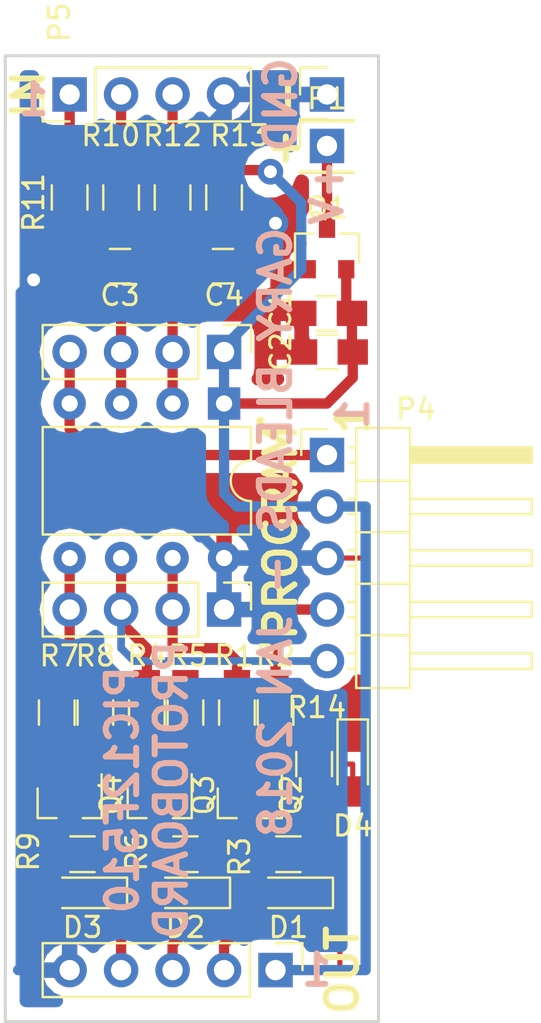
<source format=kicad_pcb>
(kicad_pcb (version 4) (host pcbnew 4.0.7)

  (general
    (links 67)
    (no_connects 0)
    (area 61.295 76.246666 88.245001 129.493333)
    (thickness 1.6)
    (drawings 18)
    (tracks 175)
    (zones 0)
    (modules 34)
    (nets 22)
  )

  (page A4)
  (layers
    (0 F.Cu signal)
    (31 B.Cu signal hide)
    (32 B.Adhes user hide)
    (33 F.Adhes user hide)
    (34 B.Paste user hide)
    (35 F.Paste user)
    (36 B.SilkS user hide)
    (37 F.SilkS user)
    (38 B.Mask user hide)
    (39 F.Mask user hide)
    (40 Dwgs.User user hide)
    (41 Cmts.User user hide)
    (42 Eco1.User user hide)
    (43 Eco2.User user hide)
    (44 Edge.Cuts user)
    (45 Margin user hide)
    (46 B.CrtYd user hide)
    (47 F.CrtYd user)
    (48 B.Fab user hide)
    (49 F.Fab user hide)
  )

  (setup
    (last_trace_width 0.25)
    (user_trace_width 0.254)
    (user_trace_width 0.381)
    (user_trace_width 0.508)
    (user_trace_width 0.762)
    (user_trace_width 1.27)
    (trace_clearance 0.2)
    (zone_clearance 0.635)
    (zone_45_only no)
    (trace_min 0.2286)
    (segment_width 0.2)
    (edge_width 0.15)
    (via_size 1.27)
    (via_drill 0.635)
    (via_min_size 0.508)
    (via_min_drill 0.3048)
    (uvia_size 0.3)
    (uvia_drill 0.1)
    (uvias_allowed no)
    (uvia_min_size 0.2)
    (uvia_min_drill 0.1)
    (pcb_text_width 0.3)
    (pcb_text_size 1.5 1.5)
    (mod_edge_width 0.15)
    (mod_text_size 1 1)
    (mod_text_width 0.15)
    (pad_size 1.524 1.524)
    (pad_drill 0.762)
    (pad_to_mask_clearance 0.2)
    (aux_axis_origin 61.468 127)
    (visible_elements 7FFE6A2F)
    (pcbplotparams
      (layerselection 0x010fc_80000001)
      (usegerberextensions true)
      (excludeedgelayer true)
      (linewidth 0.100000)
      (plotframeref false)
      (viasonmask false)
      (mode 1)
      (useauxorigin false)
      (hpglpennumber 1)
      (hpglpenspeed 20)
      (hpglpendiameter 15)
      (hpglpenoverlay 2)
      (psnegative false)
      (psa4output false)
      (plotreference true)
      (plotvalue true)
      (plotinvisibletext false)
      (padsonsilk false)
      (subtractmaskfromsilk false)
      (outputformat 1)
      (mirror false)
      (drillshape 0)
      (scaleselection 1)
      (outputdirectory Gerber/))
  )

  (net 0 "")
  (net 1 VDD)
  (net 2 GND)
  (net 3 /GP4)
  (net 4 /GP5)
  (net 5 /OUT0)
  (net 6 /OUT1)
  (net 7 /OUT2)
  (net 8 /GP2)
  (net 9 /GP1)
  (net 10 /GP0)
  (net 11 /GP3)
  (net 12 "Net-(P1-Pad1)")
  (net 13 /IN0)
  (net 14 /IN1)
  (net 15 "Net-(Q2-Pad1)")
  (net 16 "Net-(Q2-Pad3)")
  (net 17 "Net-(Q3-Pad1)")
  (net 18 "Net-(Q3-Pad3)")
  (net 19 "Net-(Q4-Pad1)")
  (net 20 "Net-(Q4-Pad3)")
  (net 21 "Net-(D4-Pad2)")

  (net_class Default "This is the default net class."
    (clearance 0.2)
    (trace_width 0.25)
    (via_dia 1.27)
    (via_drill 0.635)
    (uvia_dia 0.3)
    (uvia_drill 0.1)
    (add_net /GP0)
    (add_net /GP1)
    (add_net /GP2)
    (add_net /GP3)
    (add_net /GP4)
    (add_net /GP5)
    (add_net /IN0)
    (add_net /IN1)
    (add_net /OUT0)
    (add_net /OUT1)
    (add_net /OUT2)
    (add_net GND)
    (add_net "Net-(D4-Pad2)")
    (add_net "Net-(P1-Pad1)")
    (add_net "Net-(Q2-Pad1)")
    (add_net "Net-(Q2-Pad3)")
    (add_net "Net-(Q3-Pad1)")
    (add_net "Net-(Q3-Pad3)")
    (add_net "Net-(Q4-Pad1)")
    (add_net "Net-(Q4-Pad3)")
    (add_net VDD)
  )

  (module LEDs:LED_0805_HandSoldering (layer F.Cu) (tedit 595FCA25) (tstamp 5A5D059E)
    (at 65.405 120.65 180)
    (descr "Resistor SMD 0805, hand soldering")
    (tags "resistor 0805")
    (path /5A5D0B8C)
    (attr smd)
    (fp_text reference D3 (at 0 -1.7 180) (layer F.SilkS)
      (effects (font (size 1 1) (thickness 0.15)))
    )
    (fp_text value LED (at 0 1.75 180) (layer F.Fab)
      (effects (font (size 1 1) (thickness 0.15)))
    )
    (fp_line (start -0.4 -0.4) (end -0.4 0.4) (layer F.Fab) (width 0.1))
    (fp_line (start -0.4 0) (end 0.2 -0.4) (layer F.Fab) (width 0.1))
    (fp_line (start 0.2 0.4) (end -0.4 0) (layer F.Fab) (width 0.1))
    (fp_line (start 0.2 -0.4) (end 0.2 0.4) (layer F.Fab) (width 0.1))
    (fp_line (start -1 0.62) (end -1 -0.62) (layer F.Fab) (width 0.1))
    (fp_line (start 1 0.62) (end -1 0.62) (layer F.Fab) (width 0.1))
    (fp_line (start 1 -0.62) (end 1 0.62) (layer F.Fab) (width 0.1))
    (fp_line (start -1 -0.62) (end 1 -0.62) (layer F.Fab) (width 0.1))
    (fp_line (start 1 0.75) (end -2.2 0.75) (layer F.SilkS) (width 0.12))
    (fp_line (start -2.2 -0.75) (end 1 -0.75) (layer F.SilkS) (width 0.12))
    (fp_line (start -2.35 -0.9) (end 2.35 -0.9) (layer F.CrtYd) (width 0.05))
    (fp_line (start -2.35 -0.9) (end -2.35 0.9) (layer F.CrtYd) (width 0.05))
    (fp_line (start 2.35 0.9) (end 2.35 -0.9) (layer F.CrtYd) (width 0.05))
    (fp_line (start 2.35 0.9) (end -2.35 0.9) (layer F.CrtYd) (width 0.05))
    (fp_line (start -2.2 -0.75) (end -2.2 0.75) (layer F.SilkS) (width 0.12))
    (pad 1 smd rect (at -1.35 0 180) (size 1.5 1.3) (layers F.Cu F.Paste F.Mask)
      (net 7 /OUT2))
    (pad 2 smd rect (at 1.35 0 180) (size 1.5 1.3) (layers F.Cu F.Paste F.Mask)
      (net 1 VDD))
    (model ${KISYS3DMOD}/LEDs.3dshapes/LED_0805.wrl
      (at (xyz 0 0 0))
      (scale (xyz 1 1 1))
      (rotate (xyz 0 0 0))
    )
  )

  (module TO_SOT_Packages_SMD:SOT-23 (layer F.Cu) (tedit 58CE4E7E) (tstamp 5A5D05E5)
    (at 77.47 88.9 90)
    (descr "SOT-23, Standard")
    (tags SOT-23)
    (path /5A5CF652)
    (attr smd)
    (fp_text reference Q1 (at 2.032 0 180) (layer F.SilkS)
      (effects (font (size 1 1) (thickness 0.15)))
    )
    (fp_text value AO3401 (at 0 2.5 90) (layer F.Fab)
      (effects (font (size 1 1) (thickness 0.15)))
    )
    (fp_text user %R (at 0 0 180) (layer F.Fab)
      (effects (font (size 0.5 0.5) (thickness 0.075)))
    )
    (fp_line (start -0.7 -0.95) (end -0.7 1.5) (layer F.Fab) (width 0.1))
    (fp_line (start -0.15 -1.52) (end 0.7 -1.52) (layer F.Fab) (width 0.1))
    (fp_line (start -0.7 -0.95) (end -0.15 -1.52) (layer F.Fab) (width 0.1))
    (fp_line (start 0.7 -1.52) (end 0.7 1.52) (layer F.Fab) (width 0.1))
    (fp_line (start -0.7 1.52) (end 0.7 1.52) (layer F.Fab) (width 0.1))
    (fp_line (start 0.76 1.58) (end 0.76 0.65) (layer F.SilkS) (width 0.12))
    (fp_line (start 0.76 -1.58) (end 0.76 -0.65) (layer F.SilkS) (width 0.12))
    (fp_line (start -1.7 -1.75) (end 1.7 -1.75) (layer F.CrtYd) (width 0.05))
    (fp_line (start 1.7 -1.75) (end 1.7 1.75) (layer F.CrtYd) (width 0.05))
    (fp_line (start 1.7 1.75) (end -1.7 1.75) (layer F.CrtYd) (width 0.05))
    (fp_line (start -1.7 1.75) (end -1.7 -1.75) (layer F.CrtYd) (width 0.05))
    (fp_line (start 0.76 -1.58) (end -1.4 -1.58) (layer F.SilkS) (width 0.12))
    (fp_line (start 0.76 1.58) (end -0.7 1.58) (layer F.SilkS) (width 0.12))
    (pad 1 smd rect (at -1 -0.95 90) (size 0.9 0.8) (layers F.Cu F.Paste F.Mask)
      (net 2 GND))
    (pad 2 smd rect (at -1 0.95 90) (size 0.9 0.8) (layers F.Cu F.Paste F.Mask)
      (net 1 VDD))
    (pad 3 smd rect (at 1 0 90) (size 0.9 0.8) (layers F.Cu F.Paste F.Mask)
      (net 12 "Net-(P1-Pad1)"))
    (model ${KISYS3DMOD}/TO_SOT_Packages_SMD.3dshapes/SOT-23.wrl
      (at (xyz 0 0 0))
      (scale (xyz 1 1 1))
      (rotate (xyz 0 0 0))
    )
  )

  (module Pin_Headers:Pin_Header_Straight_1x04_Pitch2.54mm (layer F.Cu) (tedit 59650532) (tstamp 5A5D05CE)
    (at 64.77 81.28 90)
    (descr "Through hole straight pin header, 1x04, 2.54mm pitch, single row")
    (tags "Through hole pin header THT 1x04 2.54mm single row")
    (path /5A5D35AE)
    (fp_text reference P5 (at 3.556 -0.508 90) (layer F.SilkS)
      (effects (font (size 1 1) (thickness 0.15)))
    )
    (fp_text value CONN_01X04 (at 0 9.95 90) (layer F.Fab)
      (effects (font (size 1 1) (thickness 0.15)))
    )
    (fp_line (start -0.635 -1.27) (end 1.27 -1.27) (layer F.Fab) (width 0.1))
    (fp_line (start 1.27 -1.27) (end 1.27 8.89) (layer F.Fab) (width 0.1))
    (fp_line (start 1.27 8.89) (end -1.27 8.89) (layer F.Fab) (width 0.1))
    (fp_line (start -1.27 8.89) (end -1.27 -0.635) (layer F.Fab) (width 0.1))
    (fp_line (start -1.27 -0.635) (end -0.635 -1.27) (layer F.Fab) (width 0.1))
    (fp_line (start -1.33 8.95) (end 1.33 8.95) (layer F.SilkS) (width 0.12))
    (fp_line (start -1.33 1.27) (end -1.33 8.95) (layer F.SilkS) (width 0.12))
    (fp_line (start 1.33 1.27) (end 1.33 8.95) (layer F.SilkS) (width 0.12))
    (fp_line (start -1.33 1.27) (end 1.33 1.27) (layer F.SilkS) (width 0.12))
    (fp_line (start -1.33 0) (end -1.33 -1.33) (layer F.SilkS) (width 0.12))
    (fp_line (start -1.33 -1.33) (end 0 -1.33) (layer F.SilkS) (width 0.12))
    (fp_line (start -1.8 -1.8) (end -1.8 9.4) (layer F.CrtYd) (width 0.05))
    (fp_line (start -1.8 9.4) (end 1.8 9.4) (layer F.CrtYd) (width 0.05))
    (fp_line (start 1.8 9.4) (end 1.8 -1.8) (layer F.CrtYd) (width 0.05))
    (fp_line (start 1.8 -1.8) (end -1.8 -1.8) (layer F.CrtYd) (width 0.05))
    (fp_text user %R (at 0 3.81 180) (layer F.Fab)
      (effects (font (size 1 1) (thickness 0.15)))
    )
    (pad 1 thru_hole rect (at 0 0 90) (size 1.7 1.7) (drill 1) (layers *.Cu *.Mask)
      (net 1 VDD))
    (pad 2 thru_hole oval (at 0 2.54 90) (size 1.7 1.7) (drill 1) (layers *.Cu *.Mask)
      (net 13 /IN0))
    (pad 3 thru_hole oval (at 0 5.08 90) (size 1.7 1.7) (drill 1) (layers *.Cu *.Mask)
      (net 14 /IN1))
    (pad 4 thru_hole oval (at 0 7.62 90) (size 1.7 1.7) (drill 1) (layers *.Cu *.Mask)
      (net 2 GND))
    (model ${KISYS3DMOD}/Pin_Headers.3dshapes/Pin_Header_Straight_1x04_Pitch2.54mm.wrl
      (at (xyz 0 0 0))
      (scale (xyz 1 1 1))
      (rotate (xyz 0 0 0))
    )
  )

  (module LEDs:LED_0805_HandSoldering (layer F.Cu) (tedit 595FCA25) (tstamp 5A5E4D2F)
    (at 78.74 114.3 270)
    (descr "Resistor SMD 0805, hand soldering")
    (tags "resistor 0805")
    (path /5A5E4DF0)
    (attr smd)
    (fp_text reference D4 (at 3.048 0 540) (layer F.SilkS)
      (effects (font (size 1 1) (thickness 0.15)))
    )
    (fp_text value LED (at 0 1.75 270) (layer F.Fab)
      (effects (font (size 1 1) (thickness 0.15)))
    )
    (fp_line (start -0.4 -0.4) (end -0.4 0.4) (layer F.Fab) (width 0.1))
    (fp_line (start -0.4 0) (end 0.2 -0.4) (layer F.Fab) (width 0.1))
    (fp_line (start 0.2 0.4) (end -0.4 0) (layer F.Fab) (width 0.1))
    (fp_line (start 0.2 -0.4) (end 0.2 0.4) (layer F.Fab) (width 0.1))
    (fp_line (start -1 0.62) (end -1 -0.62) (layer F.Fab) (width 0.1))
    (fp_line (start 1 0.62) (end -1 0.62) (layer F.Fab) (width 0.1))
    (fp_line (start 1 -0.62) (end 1 0.62) (layer F.Fab) (width 0.1))
    (fp_line (start -1 -0.62) (end 1 -0.62) (layer F.Fab) (width 0.1))
    (fp_line (start 1 0.75) (end -2.2 0.75) (layer F.SilkS) (width 0.12))
    (fp_line (start -2.2 -0.75) (end 1 -0.75) (layer F.SilkS) (width 0.12))
    (fp_line (start -2.35 -0.9) (end 2.35 -0.9) (layer F.CrtYd) (width 0.05))
    (fp_line (start -2.35 -0.9) (end -2.35 0.9) (layer F.CrtYd) (width 0.05))
    (fp_line (start 2.35 0.9) (end 2.35 -0.9) (layer F.CrtYd) (width 0.05))
    (fp_line (start 2.35 0.9) (end -2.35 0.9) (layer F.CrtYd) (width 0.05))
    (fp_line (start -2.2 -0.75) (end -2.2 0.75) (layer F.SilkS) (width 0.12))
    (pad 1 smd rect (at -1.35 0 270) (size 1.5 1.3) (layers F.Cu F.Paste F.Mask)
      (net 2 GND))
    (pad 2 smd rect (at 1.35 0 270) (size 1.5 1.3) (layers F.Cu F.Paste F.Mask)
      (net 21 "Net-(D4-Pad2)"))
    (model ${KISYS3DMOD}/LEDs.3dshapes/LED_0805.wrl
      (at (xyz 0 0 0))
      (scale (xyz 1 1 1))
      (rotate (xyz 0 0 0))
    )
  )

  (module Resistors_SMD:R_0805_HandSoldering (layer F.Cu) (tedit 58E0A804) (tstamp 5A5D0618)
    (at 70.485 111.76 270)
    (descr "Resistor SMD 0805, hand soldering")
    (tags "resistor 0805")
    (path /5A5D18FC)
    (attr smd)
    (fp_text reference R5 (at -2.794 -0.127 360) (layer F.SilkS)
      (effects (font (size 1 1) (thickness 0.15)))
    )
    (fp_text value 330R (at 0 1.75 270) (layer F.Fab)
      (effects (font (size 1 1) (thickness 0.15)))
    )
    (fp_text user %R (at 0 0 270) (layer F.Fab)
      (effects (font (size 0.5 0.5) (thickness 0.075)))
    )
    (fp_line (start -1 0.62) (end -1 -0.62) (layer F.Fab) (width 0.1))
    (fp_line (start 1 0.62) (end -1 0.62) (layer F.Fab) (width 0.1))
    (fp_line (start 1 -0.62) (end 1 0.62) (layer F.Fab) (width 0.1))
    (fp_line (start -1 -0.62) (end 1 -0.62) (layer F.Fab) (width 0.1))
    (fp_line (start 0.6 0.88) (end -0.6 0.88) (layer F.SilkS) (width 0.12))
    (fp_line (start -0.6 -0.88) (end 0.6 -0.88) (layer F.SilkS) (width 0.12))
    (fp_line (start -2.35 -0.9) (end 2.35 -0.9) (layer F.CrtYd) (width 0.05))
    (fp_line (start -2.35 -0.9) (end -2.35 0.9) (layer F.CrtYd) (width 0.05))
    (fp_line (start 2.35 0.9) (end 2.35 -0.9) (layer F.CrtYd) (width 0.05))
    (fp_line (start 2.35 0.9) (end -2.35 0.9) (layer F.CrtYd) (width 0.05))
    (pad 1 smd rect (at -1.35 0 270) (size 1.5 1.3) (layers F.Cu F.Paste F.Mask)
      (net 9 /GP1))
    (pad 2 smd rect (at 1.35 0 270) (size 1.5 1.3) (layers F.Cu F.Paste F.Mask)
      (net 17 "Net-(Q3-Pad1)"))
    (model ${KISYS3DMOD}/Resistors_SMD.3dshapes/R_0805.wrl
      (at (xyz 0 0 0))
      (scale (xyz 1 1 1))
      (rotate (xyz 0 0 0))
    )
  )

  (module Housings_DIP:DIP-8_W7.62mm (layer F.Cu) (tedit 5A5E60A7) (tstamp 5A5D05AA)
    (at 72.39 96.52 270)
    (descr "8-lead though-hole mounted DIP package, row spacing 7.62 mm (300 mils)")
    (tags "THT DIP DIL PDIP 2.54mm 7.62mm 300mil")
    (path /5A5CF264)
    (fp_text reference IC1 (at 3.81 -2.33 270) (layer F.SilkS) hide
      (effects (font (size 1 1) (thickness 0.15)))
    )
    (fp_text value PIC12F510-I/P (at 3.81 9.95 270) (layer F.Fab)
      (effects (font (size 1 1) (thickness 0.15)))
    )
    (fp_arc (start 3.81 -1.33) (end 2.81 -1.33) (angle -180) (layer F.SilkS) (width 0.12))
    (fp_line (start 1.635 -1.27) (end 6.985 -1.27) (layer F.Fab) (width 0.1))
    (fp_line (start 6.985 -1.27) (end 6.985 8.89) (layer F.Fab) (width 0.1))
    (fp_line (start 6.985 8.89) (end 0.635 8.89) (layer F.Fab) (width 0.1))
    (fp_line (start 0.635 8.89) (end 0.635 -0.27) (layer F.Fab) (width 0.1))
    (fp_line (start 0.635 -0.27) (end 1.635 -1.27) (layer F.Fab) (width 0.1))
    (fp_line (start 2.81 -1.33) (end 1.16 -1.33) (layer F.SilkS) (width 0.12))
    (fp_line (start 1.16 -1.33) (end 1.16 8.95) (layer F.SilkS) (width 0.12))
    (fp_line (start 1.16 8.95) (end 6.46 8.95) (layer F.SilkS) (width 0.12))
    (fp_line (start 6.46 8.95) (end 6.46 -1.33) (layer F.SilkS) (width 0.12))
    (fp_line (start 6.46 -1.33) (end 4.81 -1.33) (layer F.SilkS) (width 0.12))
    (fp_line (start -1.1 -1.55) (end -1.1 9.15) (layer F.CrtYd) (width 0.05))
    (fp_line (start -1.1 9.15) (end 8.7 9.15) (layer F.CrtYd) (width 0.05))
    (fp_line (start 8.7 9.15) (end 8.7 -1.55) (layer F.CrtYd) (width 0.05))
    (fp_line (start 8.7 -1.55) (end -1.1 -1.55) (layer F.CrtYd) (width 0.05))
    (fp_text user %R (at 4.064 3.556 360) (layer F.Fab)
      (effects (font (size 1 1) (thickness 0.15)))
    )
    (pad 1 thru_hole rect (at 0 0 270) (size 1.6 1.6) (drill 0.8) (layers *.Cu *.Mask)
      (net 1 VDD))
    (pad 5 thru_hole oval (at 7.62 7.62 270) (size 1.6 1.6) (drill 0.8) (layers *.Cu *.Mask)
      (net 8 /GP2))
    (pad 2 thru_hole oval (at 0 2.54 270) (size 1.6 1.6) (drill 0.8) (layers *.Cu *.Mask)
      (net 4 /GP5))
    (pad 6 thru_hole oval (at 7.62 5.08 270) (size 1.6 1.6) (drill 0.8) (layers *.Cu *.Mask)
      (net 9 /GP1))
    (pad 3 thru_hole oval (at 0 5.08 270) (size 1.6 1.6) (drill 0.8) (layers *.Cu *.Mask)
      (net 3 /GP4))
    (pad 7 thru_hole oval (at 7.62 2.54 270) (size 1.6 1.6) (drill 0.8) (layers *.Cu *.Mask)
      (net 10 /GP0))
    (pad 4 thru_hole oval (at 0 7.62 270) (size 1.6 1.6) (drill 0.8) (layers *.Cu *.Mask)
      (net 11 /GP3))
    (pad 8 thru_hole oval (at 7.62 0 270) (size 1.6 1.6) (drill 0.8) (layers *.Cu *.Mask)
      (net 2 GND))
    (model ${KISYS3DMOD}/Housings_DIP.3dshapes/DIP-8_W7.62mm.wrl
      (at (xyz 0 0 0))
      (scale (xyz 1 1 1))
      (rotate (xyz 0 0 0))
    )
  )

  (module Pin_Headers:Pin_Header_Straight_1x01_Pitch2.54mm (layer F.Cu) (tedit 59650532) (tstamp 5A5D05AF)
    (at 77.47 83.82)
    (descr "Through hole straight pin header, 1x01, 2.54mm pitch, single row")
    (tags "Through hole pin header THT 1x01 2.54mm single row")
    (path /5A5CF8A4)
    (fp_text reference P1 (at 0 -2.33) (layer F.SilkS)
      (effects (font (size 1 1) (thickness 0.15)))
    )
    (fp_text value +VIN (at 0 2.33) (layer F.Fab)
      (effects (font (size 1 1) (thickness 0.15)))
    )
    (fp_line (start -0.635 -1.27) (end 1.27 -1.27) (layer F.Fab) (width 0.1))
    (fp_line (start 1.27 -1.27) (end 1.27 1.27) (layer F.Fab) (width 0.1))
    (fp_line (start 1.27 1.27) (end -1.27 1.27) (layer F.Fab) (width 0.1))
    (fp_line (start -1.27 1.27) (end -1.27 -0.635) (layer F.Fab) (width 0.1))
    (fp_line (start -1.27 -0.635) (end -0.635 -1.27) (layer F.Fab) (width 0.1))
    (fp_line (start -1.33 1.33) (end 1.33 1.33) (layer F.SilkS) (width 0.12))
    (fp_line (start -1.33 1.27) (end -1.33 1.33) (layer F.SilkS) (width 0.12))
    (fp_line (start 1.33 1.27) (end 1.33 1.33) (layer F.SilkS) (width 0.12))
    (fp_line (start -1.33 1.27) (end 1.33 1.27) (layer F.SilkS) (width 0.12))
    (fp_line (start -1.33 0) (end -1.33 -1.33) (layer F.SilkS) (width 0.12))
    (fp_line (start -1.33 -1.33) (end 0 -1.33) (layer F.SilkS) (width 0.12))
    (fp_line (start -1.8 -1.8) (end -1.8 1.8) (layer F.CrtYd) (width 0.05))
    (fp_line (start -1.8 1.8) (end 1.8 1.8) (layer F.CrtYd) (width 0.05))
    (fp_line (start 1.8 1.8) (end 1.8 -1.8) (layer F.CrtYd) (width 0.05))
    (fp_line (start 1.8 -1.8) (end -1.8 -1.8) (layer F.CrtYd) (width 0.05))
    (fp_text user %R (at -0.635 0 90) (layer F.Fab)
      (effects (font (size 1 1) (thickness 0.15)))
    )
    (pad 1 thru_hole rect (at 0 0) (size 1.7 1.7) (drill 1) (layers *.Cu *.Mask)
      (net 12 "Net-(P1-Pad1)"))
    (model ${KISYS3DMOD}/Pin_Headers.3dshapes/Pin_Header_Straight_1x01_Pitch2.54mm.wrl
      (at (xyz 0 0 0))
      (scale (xyz 1 1 1))
      (rotate (xyz 0 0 0))
    )
  )

  (module LEDs:LED_0805_HandSoldering (layer F.Cu) (tedit 595FCA25) (tstamp 5A5D0598)
    (at 70.485 120.65 180)
    (descr "Resistor SMD 0805, hand soldering")
    (tags "resistor 0805")
    (path /5A5D1908)
    (attr smd)
    (fp_text reference D2 (at 0 -1.7 180) (layer F.SilkS)
      (effects (font (size 1 1) (thickness 0.15)))
    )
    (fp_text value LED (at 0 1.75 180) (layer F.Fab)
      (effects (font (size 1 1) (thickness 0.15)))
    )
    (fp_line (start -0.4 -0.4) (end -0.4 0.4) (layer F.Fab) (width 0.1))
    (fp_line (start -0.4 0) (end 0.2 -0.4) (layer F.Fab) (width 0.1))
    (fp_line (start 0.2 0.4) (end -0.4 0) (layer F.Fab) (width 0.1))
    (fp_line (start 0.2 -0.4) (end 0.2 0.4) (layer F.Fab) (width 0.1))
    (fp_line (start -1 0.62) (end -1 -0.62) (layer F.Fab) (width 0.1))
    (fp_line (start 1 0.62) (end -1 0.62) (layer F.Fab) (width 0.1))
    (fp_line (start 1 -0.62) (end 1 0.62) (layer F.Fab) (width 0.1))
    (fp_line (start -1 -0.62) (end 1 -0.62) (layer F.Fab) (width 0.1))
    (fp_line (start 1 0.75) (end -2.2 0.75) (layer F.SilkS) (width 0.12))
    (fp_line (start -2.2 -0.75) (end 1 -0.75) (layer F.SilkS) (width 0.12))
    (fp_line (start -2.35 -0.9) (end 2.35 -0.9) (layer F.CrtYd) (width 0.05))
    (fp_line (start -2.35 -0.9) (end -2.35 0.9) (layer F.CrtYd) (width 0.05))
    (fp_line (start 2.35 0.9) (end 2.35 -0.9) (layer F.CrtYd) (width 0.05))
    (fp_line (start 2.35 0.9) (end -2.35 0.9) (layer F.CrtYd) (width 0.05))
    (fp_line (start -2.2 -0.75) (end -2.2 0.75) (layer F.SilkS) (width 0.12))
    (pad 1 smd rect (at -1.35 0 180) (size 1.5 1.3) (layers F.Cu F.Paste F.Mask)
      (net 6 /OUT1))
    (pad 2 smd rect (at 1.35 0 180) (size 1.5 1.3) (layers F.Cu F.Paste F.Mask)
      (net 1 VDD))
    (model ${KISYS3DMOD}/LEDs.3dshapes/LED_0805.wrl
      (at (xyz 0 0 0))
      (scale (xyz 1 1 1))
      (rotate (xyz 0 0 0))
    )
  )

  (module Capacitors_SMD:C_0805_HandSoldering (layer F.Cu) (tedit 58AA84A8) (tstamp 5A5D057A)
    (at 77.45 92.075 180)
    (descr "Capacitor SMD 0805, hand soldering")
    (tags "capacitor 0805")
    (path /5A5D398E)
    (attr smd)
    (fp_text reference C1 (at 2.266 0.127 270) (layer F.SilkS)
      (effects (font (size 1 1) (thickness 0.15)))
    )
    (fp_text value 10uF (at 0 1.75 180) (layer F.Fab)
      (effects (font (size 1 1) (thickness 0.15)))
    )
    (fp_text user %R (at 0 -1.75 180) (layer F.Fab)
      (effects (font (size 1 1) (thickness 0.15)))
    )
    (fp_line (start -1 0.62) (end -1 -0.62) (layer F.Fab) (width 0.1))
    (fp_line (start 1 0.62) (end -1 0.62) (layer F.Fab) (width 0.1))
    (fp_line (start 1 -0.62) (end 1 0.62) (layer F.Fab) (width 0.1))
    (fp_line (start -1 -0.62) (end 1 -0.62) (layer F.Fab) (width 0.1))
    (fp_line (start 0.5 -0.85) (end -0.5 -0.85) (layer F.SilkS) (width 0.12))
    (fp_line (start -0.5 0.85) (end 0.5 0.85) (layer F.SilkS) (width 0.12))
    (fp_line (start -2.25 -0.88) (end 2.25 -0.88) (layer F.CrtYd) (width 0.05))
    (fp_line (start -2.25 -0.88) (end -2.25 0.87) (layer F.CrtYd) (width 0.05))
    (fp_line (start 2.25 0.87) (end 2.25 -0.88) (layer F.CrtYd) (width 0.05))
    (fp_line (start 2.25 0.87) (end -2.25 0.87) (layer F.CrtYd) (width 0.05))
    (pad 1 smd rect (at -1.25 0 180) (size 1.5 1.25) (layers F.Cu F.Paste F.Mask)
      (net 1 VDD))
    (pad 2 smd rect (at 1.25 0 180) (size 1.5 1.25) (layers F.Cu F.Paste F.Mask)
      (net 2 GND))
    (model Capacitors_SMD.3dshapes/C_0805.wrl
      (at (xyz 0 0 0))
      (scale (xyz 1 1 1))
      (rotate (xyz 0 0 0))
    )
  )

  (module Capacitors_SMD:C_0805_HandSoldering (layer F.Cu) (tedit 58AA84A8) (tstamp 5A5D0580)
    (at 77.49 93.98 180)
    (descr "Capacitor SMD 0805, hand soldering")
    (tags "capacitor 0805")
    (path /5A5CF47B)
    (attr smd)
    (fp_text reference C2 (at 2.306 0 270) (layer F.SilkS)
      (effects (font (size 1 1) (thickness 0.15)))
    )
    (fp_text value 100n (at 0 1.75 180) (layer F.Fab)
      (effects (font (size 1 1) (thickness 0.15)))
    )
    (fp_text user %R (at 0 -1.75 180) (layer F.Fab)
      (effects (font (size 1 1) (thickness 0.15)))
    )
    (fp_line (start -1 0.62) (end -1 -0.62) (layer F.Fab) (width 0.1))
    (fp_line (start 1 0.62) (end -1 0.62) (layer F.Fab) (width 0.1))
    (fp_line (start 1 -0.62) (end 1 0.62) (layer F.Fab) (width 0.1))
    (fp_line (start -1 -0.62) (end 1 -0.62) (layer F.Fab) (width 0.1))
    (fp_line (start 0.5 -0.85) (end -0.5 -0.85) (layer F.SilkS) (width 0.12))
    (fp_line (start -0.5 0.85) (end 0.5 0.85) (layer F.SilkS) (width 0.12))
    (fp_line (start -2.25 -0.88) (end 2.25 -0.88) (layer F.CrtYd) (width 0.05))
    (fp_line (start -2.25 -0.88) (end -2.25 0.87) (layer F.CrtYd) (width 0.05))
    (fp_line (start 2.25 0.87) (end 2.25 -0.88) (layer F.CrtYd) (width 0.05))
    (fp_line (start 2.25 0.87) (end -2.25 0.87) (layer F.CrtYd) (width 0.05))
    (pad 1 smd rect (at -1.25 0 180) (size 1.5 1.25) (layers F.Cu F.Paste F.Mask)
      (net 1 VDD))
    (pad 2 smd rect (at 1.25 0 180) (size 1.5 1.25) (layers F.Cu F.Paste F.Mask)
      (net 2 GND))
    (model Capacitors_SMD.3dshapes/C_0805.wrl
      (at (xyz 0 0 0))
      (scale (xyz 1 1 1))
      (rotate (xyz 0 0 0))
    )
  )

  (module Capacitors_SMD:C_0805_HandSoldering (layer F.Cu) (tedit 58AA84A8) (tstamp 5A5D0586)
    (at 67.256588 89.749438 180)
    (descr "Capacitor SMD 0805, hand soldering")
    (tags "capacitor 0805")
    (path /5A5D1E97)
    (attr smd)
    (fp_text reference C3 (at 0 -1.436562 180) (layer F.SilkS)
      (effects (font (size 1 1) (thickness 0.15)))
    )
    (fp_text value 100n (at 0 1.75 180) (layer F.Fab)
      (effects (font (size 1 1) (thickness 0.15)))
    )
    (fp_text user %R (at 0 -1.75 180) (layer F.Fab)
      (effects (font (size 1 1) (thickness 0.15)))
    )
    (fp_line (start -1 0.62) (end -1 -0.62) (layer F.Fab) (width 0.1))
    (fp_line (start 1 0.62) (end -1 0.62) (layer F.Fab) (width 0.1))
    (fp_line (start 1 -0.62) (end 1 0.62) (layer F.Fab) (width 0.1))
    (fp_line (start -1 -0.62) (end 1 -0.62) (layer F.Fab) (width 0.1))
    (fp_line (start 0.5 -0.85) (end -0.5 -0.85) (layer F.SilkS) (width 0.12))
    (fp_line (start -0.5 0.85) (end 0.5 0.85) (layer F.SilkS) (width 0.12))
    (fp_line (start -2.25 -0.88) (end 2.25 -0.88) (layer F.CrtYd) (width 0.05))
    (fp_line (start -2.25 -0.88) (end -2.25 0.87) (layer F.CrtYd) (width 0.05))
    (fp_line (start 2.25 0.87) (end 2.25 -0.88) (layer F.CrtYd) (width 0.05))
    (fp_line (start 2.25 0.87) (end -2.25 0.87) (layer F.CrtYd) (width 0.05))
    (pad 1 smd rect (at -1.25 0 180) (size 1.5 1.25) (layers F.Cu F.Paste F.Mask)
      (net 3 /GP4))
    (pad 2 smd rect (at 1.25 0 180) (size 1.5 1.25) (layers F.Cu F.Paste F.Mask)
      (net 2 GND))
    (model Capacitors_SMD.3dshapes/C_0805.wrl
      (at (xyz 0 0 0))
      (scale (xyz 1 1 1))
      (rotate (xyz 0 0 0))
    )
  )

  (module Capacitors_SMD:C_0805_HandSoldering (layer F.Cu) (tedit 58AA84A8) (tstamp 5A5D058C)
    (at 72.336588 89.749438)
    (descr "Capacitor SMD 0805, hand soldering")
    (tags "capacitor 0805")
    (path /5A5D274E)
    (attr smd)
    (fp_text reference C4 (at 0.053412 1.436562) (layer F.SilkS)
      (effects (font (size 1 1) (thickness 0.15)))
    )
    (fp_text value 100n (at 0 1.75) (layer F.Fab)
      (effects (font (size 1 1) (thickness 0.15)))
    )
    (fp_text user %R (at 0 -1.75) (layer F.Fab)
      (effects (font (size 1 1) (thickness 0.15)))
    )
    (fp_line (start -1 0.62) (end -1 -0.62) (layer F.Fab) (width 0.1))
    (fp_line (start 1 0.62) (end -1 0.62) (layer F.Fab) (width 0.1))
    (fp_line (start 1 -0.62) (end 1 0.62) (layer F.Fab) (width 0.1))
    (fp_line (start -1 -0.62) (end 1 -0.62) (layer F.Fab) (width 0.1))
    (fp_line (start 0.5 -0.85) (end -0.5 -0.85) (layer F.SilkS) (width 0.12))
    (fp_line (start -0.5 0.85) (end 0.5 0.85) (layer F.SilkS) (width 0.12))
    (fp_line (start -2.25 -0.88) (end 2.25 -0.88) (layer F.CrtYd) (width 0.05))
    (fp_line (start -2.25 -0.88) (end -2.25 0.87) (layer F.CrtYd) (width 0.05))
    (fp_line (start 2.25 0.87) (end 2.25 -0.88) (layer F.CrtYd) (width 0.05))
    (fp_line (start 2.25 0.87) (end -2.25 0.87) (layer F.CrtYd) (width 0.05))
    (pad 1 smd rect (at -1.25 0) (size 1.5 1.25) (layers F.Cu F.Paste F.Mask)
      (net 4 /GP5))
    (pad 2 smd rect (at 1.25 0) (size 1.5 1.25) (layers F.Cu F.Paste F.Mask)
      (net 2 GND))
    (model Capacitors_SMD.3dshapes/C_0805.wrl
      (at (xyz 0 0 0))
      (scale (xyz 1 1 1))
      (rotate (xyz 0 0 0))
    )
  )

  (module LEDs:LED_0805_HandSoldering (layer F.Cu) (tedit 595FCA25) (tstamp 5A5D0592)
    (at 75.565 120.65 180)
    (descr "Resistor SMD 0805, hand soldering")
    (tags "resistor 0805")
    (path /5A5D18CE)
    (attr smd)
    (fp_text reference D1 (at 0 -1.7 180) (layer F.SilkS)
      (effects (font (size 1 1) (thickness 0.15)))
    )
    (fp_text value LED (at 0 1.75 180) (layer F.Fab)
      (effects (font (size 1 1) (thickness 0.15)))
    )
    (fp_line (start -0.4 -0.4) (end -0.4 0.4) (layer F.Fab) (width 0.1))
    (fp_line (start -0.4 0) (end 0.2 -0.4) (layer F.Fab) (width 0.1))
    (fp_line (start 0.2 0.4) (end -0.4 0) (layer F.Fab) (width 0.1))
    (fp_line (start 0.2 -0.4) (end 0.2 0.4) (layer F.Fab) (width 0.1))
    (fp_line (start -1 0.62) (end -1 -0.62) (layer F.Fab) (width 0.1))
    (fp_line (start 1 0.62) (end -1 0.62) (layer F.Fab) (width 0.1))
    (fp_line (start 1 -0.62) (end 1 0.62) (layer F.Fab) (width 0.1))
    (fp_line (start -1 -0.62) (end 1 -0.62) (layer F.Fab) (width 0.1))
    (fp_line (start 1 0.75) (end -2.2 0.75) (layer F.SilkS) (width 0.12))
    (fp_line (start -2.2 -0.75) (end 1 -0.75) (layer F.SilkS) (width 0.12))
    (fp_line (start -2.35 -0.9) (end 2.35 -0.9) (layer F.CrtYd) (width 0.05))
    (fp_line (start -2.35 -0.9) (end -2.35 0.9) (layer F.CrtYd) (width 0.05))
    (fp_line (start 2.35 0.9) (end 2.35 -0.9) (layer F.CrtYd) (width 0.05))
    (fp_line (start 2.35 0.9) (end -2.35 0.9) (layer F.CrtYd) (width 0.05))
    (fp_line (start -2.2 -0.75) (end -2.2 0.75) (layer F.SilkS) (width 0.12))
    (pad 1 smd rect (at -1.35 0 180) (size 1.5 1.3) (layers F.Cu F.Paste F.Mask)
      (net 5 /OUT0))
    (pad 2 smd rect (at 1.35 0 180) (size 1.5 1.3) (layers F.Cu F.Paste F.Mask)
      (net 1 VDD))
    (model ${KISYS3DMOD}/LEDs.3dshapes/LED_0805.wrl
      (at (xyz 0 0 0))
      (scale (xyz 1 1 1))
      (rotate (xyz 0 0 0))
    )
  )

  (module Pin_Headers:Pin_Header_Straight_1x01_Pitch2.54mm (layer F.Cu) (tedit 5A5E5F42) (tstamp 5A5D05B4)
    (at 77.47 81.28)
    (descr "Through hole straight pin header, 1x01, 2.54mm pitch, single row")
    (tags "Through hole pin header THT 1x01 2.54mm single row")
    (path /5A5CF974)
    (fp_text reference P2 (at 0 -2.33) (layer F.SilkS) hide
      (effects (font (size 1 1) (thickness 0.15)))
    )
    (fp_text value GND (at 0 2.33) (layer F.Fab)
      (effects (font (size 1 1) (thickness 0.15)))
    )
    (fp_line (start -0.635 -1.27) (end 1.27 -1.27) (layer F.Fab) (width 0.1))
    (fp_line (start 1.27 -1.27) (end 1.27 1.27) (layer F.Fab) (width 0.1))
    (fp_line (start 1.27 1.27) (end -1.27 1.27) (layer F.Fab) (width 0.1))
    (fp_line (start -1.27 1.27) (end -1.27 -0.635) (layer F.Fab) (width 0.1))
    (fp_line (start -1.27 -0.635) (end -0.635 -1.27) (layer F.Fab) (width 0.1))
    (fp_line (start -1.33 1.33) (end 1.33 1.33) (layer F.SilkS) (width 0.12))
    (fp_line (start -1.33 1.27) (end -1.33 1.33) (layer F.SilkS) (width 0.12))
    (fp_line (start 1.33 1.27) (end 1.33 1.33) (layer F.SilkS) (width 0.12))
    (fp_line (start -1.33 1.27) (end 1.33 1.27) (layer F.SilkS) (width 0.12))
    (fp_line (start -1.33 0) (end -1.33 -1.33) (layer F.SilkS) (width 0.12))
    (fp_line (start -1.33 -1.33) (end 0 -1.33) (layer F.SilkS) (width 0.12))
    (fp_line (start -1.8 -1.8) (end -1.8 1.8) (layer F.CrtYd) (width 0.05))
    (fp_line (start -1.8 1.8) (end 1.8 1.8) (layer F.CrtYd) (width 0.05))
    (fp_line (start 1.8 1.8) (end 1.8 -1.8) (layer F.CrtYd) (width 0.05))
    (fp_line (start 1.8 -1.8) (end -1.8 -1.8) (layer F.CrtYd) (width 0.05))
    (fp_text user %R (at 0 0 90) (layer F.Fab)
      (effects (font (size 1 1) (thickness 0.15)))
    )
    (pad 1 thru_hole rect (at 0 0) (size 1.7 1.7) (drill 1) (layers *.Cu *.Mask)
      (net 2 GND))
    (model ${KISYS3DMOD}/Pin_Headers.3dshapes/Pin_Header_Straight_1x01_Pitch2.54mm.wrl
      (at (xyz 0 0 0))
      (scale (xyz 1 1 1))
      (rotate (xyz 0 0 0))
    )
  )

  (module Pin_Headers:Pin_Header_Straight_1x05_Pitch2.54mm (layer F.Cu) (tedit 5A5E6030) (tstamp 5A5D05BD)
    (at 74.93 124.46 270)
    (descr "Through hole straight pin header, 1x05, 2.54mm pitch, single row")
    (tags "Through hole pin header THT 1x05 2.54mm single row")
    (path /5A5D328C)
    (fp_text reference P3 (at 0 -2.33 270) (layer F.SilkS) hide
      (effects (font (size 1 1) (thickness 0.15)))
    )
    (fp_text value CONN_01X05 (at 0 12.49 270) (layer F.Fab)
      (effects (font (size 1 1) (thickness 0.15)))
    )
    (fp_line (start -0.635 -1.27) (end 1.27 -1.27) (layer F.Fab) (width 0.1))
    (fp_line (start 1.27 -1.27) (end 1.27 11.43) (layer F.Fab) (width 0.1))
    (fp_line (start 1.27 11.43) (end -1.27 11.43) (layer F.Fab) (width 0.1))
    (fp_line (start -1.27 11.43) (end -1.27 -0.635) (layer F.Fab) (width 0.1))
    (fp_line (start -1.27 -0.635) (end -0.635 -1.27) (layer F.Fab) (width 0.1))
    (fp_line (start -1.33 11.49) (end 1.33 11.49) (layer F.SilkS) (width 0.12))
    (fp_line (start -1.33 1.27) (end -1.33 11.49) (layer F.SilkS) (width 0.12))
    (fp_line (start 1.33 1.27) (end 1.33 11.49) (layer F.SilkS) (width 0.12))
    (fp_line (start -1.33 1.27) (end 1.33 1.27) (layer F.SilkS) (width 0.12))
    (fp_line (start -1.33 0) (end -1.33 -1.33) (layer F.SilkS) (width 0.12))
    (fp_line (start -1.33 -1.33) (end 0 -1.33) (layer F.SilkS) (width 0.12))
    (fp_line (start -1.8 -1.8) (end -1.8 11.95) (layer F.CrtYd) (width 0.05))
    (fp_line (start -1.8 11.95) (end 1.8 11.95) (layer F.CrtYd) (width 0.05))
    (fp_line (start 1.8 11.95) (end 1.8 -1.8) (layer F.CrtYd) (width 0.05))
    (fp_line (start 1.8 -1.8) (end -1.8 -1.8) (layer F.CrtYd) (width 0.05))
    (fp_text user %R (at 0 5.08 360) (layer F.Fab)
      (effects (font (size 1 1) (thickness 0.15)))
    )
    (pad 1 thru_hole rect (at 0 0 270) (size 1.7 1.7) (drill 1) (layers *.Cu *.Mask)
      (net 1 VDD))
    (pad 2 thru_hole oval (at 0 2.54 270) (size 1.7 1.7) (drill 1) (layers *.Cu *.Mask)
      (net 5 /OUT0))
    (pad 3 thru_hole oval (at 0 5.08 270) (size 1.7 1.7) (drill 1) (layers *.Cu *.Mask)
      (net 6 /OUT1))
    (pad 4 thru_hole oval (at 0 7.62 270) (size 1.7 1.7) (drill 1) (layers *.Cu *.Mask)
      (net 7 /OUT2))
    (pad 5 thru_hole oval (at 0 10.16 270) (size 1.7 1.7) (drill 1) (layers *.Cu *.Mask)
      (net 2 GND))
    (model ${KISYS3DMOD}/Pin_Headers.3dshapes/Pin_Header_Straight_1x05_Pitch2.54mm.wrl
      (at (xyz 0 0 0))
      (scale (xyz 1 1 1))
      (rotate (xyz 0 0 0))
    )
  )

  (module Pin_Headers:Pin_Header_Angled_1x05_Pitch2.54mm (layer F.Cu) (tedit 59650532) (tstamp 5A5D05C6)
    (at 77.47 99.06)
    (descr "Through hole angled pin header, 1x05, 2.54mm pitch, 6mm pin length, single row")
    (tags "Through hole angled pin header THT 1x05 2.54mm single row")
    (path /5A5D010D)
    (fp_text reference P4 (at 4.385 -2.27) (layer F.SilkS)
      (effects (font (size 1 1) (thickness 0.15)))
    )
    (fp_text value CONN_01X05 (at 4.385 12.43) (layer F.Fab)
      (effects (font (size 1 1) (thickness 0.15)))
    )
    (fp_line (start 2.135 -1.27) (end 4.04 -1.27) (layer F.Fab) (width 0.1))
    (fp_line (start 4.04 -1.27) (end 4.04 11.43) (layer F.Fab) (width 0.1))
    (fp_line (start 4.04 11.43) (end 1.5 11.43) (layer F.Fab) (width 0.1))
    (fp_line (start 1.5 11.43) (end 1.5 -0.635) (layer F.Fab) (width 0.1))
    (fp_line (start 1.5 -0.635) (end 2.135 -1.27) (layer F.Fab) (width 0.1))
    (fp_line (start -0.32 -0.32) (end 1.5 -0.32) (layer F.Fab) (width 0.1))
    (fp_line (start -0.32 -0.32) (end -0.32 0.32) (layer F.Fab) (width 0.1))
    (fp_line (start -0.32 0.32) (end 1.5 0.32) (layer F.Fab) (width 0.1))
    (fp_line (start 4.04 -0.32) (end 10.04 -0.32) (layer F.Fab) (width 0.1))
    (fp_line (start 10.04 -0.32) (end 10.04 0.32) (layer F.Fab) (width 0.1))
    (fp_line (start 4.04 0.32) (end 10.04 0.32) (layer F.Fab) (width 0.1))
    (fp_line (start -0.32 2.22) (end 1.5 2.22) (layer F.Fab) (width 0.1))
    (fp_line (start -0.32 2.22) (end -0.32 2.86) (layer F.Fab) (width 0.1))
    (fp_line (start -0.32 2.86) (end 1.5 2.86) (layer F.Fab) (width 0.1))
    (fp_line (start 4.04 2.22) (end 10.04 2.22) (layer F.Fab) (width 0.1))
    (fp_line (start 10.04 2.22) (end 10.04 2.86) (layer F.Fab) (width 0.1))
    (fp_line (start 4.04 2.86) (end 10.04 2.86) (layer F.Fab) (width 0.1))
    (fp_line (start -0.32 4.76) (end 1.5 4.76) (layer F.Fab) (width 0.1))
    (fp_line (start -0.32 4.76) (end -0.32 5.4) (layer F.Fab) (width 0.1))
    (fp_line (start -0.32 5.4) (end 1.5 5.4) (layer F.Fab) (width 0.1))
    (fp_line (start 4.04 4.76) (end 10.04 4.76) (layer F.Fab) (width 0.1))
    (fp_line (start 10.04 4.76) (end 10.04 5.4) (layer F.Fab) (width 0.1))
    (fp_line (start 4.04 5.4) (end 10.04 5.4) (layer F.Fab) (width 0.1))
    (fp_line (start -0.32 7.3) (end 1.5 7.3) (layer F.Fab) (width 0.1))
    (fp_line (start -0.32 7.3) (end -0.32 7.94) (layer F.Fab) (width 0.1))
    (fp_line (start -0.32 7.94) (end 1.5 7.94) (layer F.Fab) (width 0.1))
    (fp_line (start 4.04 7.3) (end 10.04 7.3) (layer F.Fab) (width 0.1))
    (fp_line (start 10.04 7.3) (end 10.04 7.94) (layer F.Fab) (width 0.1))
    (fp_line (start 4.04 7.94) (end 10.04 7.94) (layer F.Fab) (width 0.1))
    (fp_line (start -0.32 9.84) (end 1.5 9.84) (layer F.Fab) (width 0.1))
    (fp_line (start -0.32 9.84) (end -0.32 10.48) (layer F.Fab) (width 0.1))
    (fp_line (start -0.32 10.48) (end 1.5 10.48) (layer F.Fab) (width 0.1))
    (fp_line (start 4.04 9.84) (end 10.04 9.84) (layer F.Fab) (width 0.1))
    (fp_line (start 10.04 9.84) (end 10.04 10.48) (layer F.Fab) (width 0.1))
    (fp_line (start 4.04 10.48) (end 10.04 10.48) (layer F.Fab) (width 0.1))
    (fp_line (start 1.44 -1.33) (end 1.44 11.49) (layer F.SilkS) (width 0.12))
    (fp_line (start 1.44 11.49) (end 4.1 11.49) (layer F.SilkS) (width 0.12))
    (fp_line (start 4.1 11.49) (end 4.1 -1.33) (layer F.SilkS) (width 0.12))
    (fp_line (start 4.1 -1.33) (end 1.44 -1.33) (layer F.SilkS) (width 0.12))
    (fp_line (start 4.1 -0.38) (end 10.1 -0.38) (layer F.SilkS) (width 0.12))
    (fp_line (start 10.1 -0.38) (end 10.1 0.38) (layer F.SilkS) (width 0.12))
    (fp_line (start 10.1 0.38) (end 4.1 0.38) (layer F.SilkS) (width 0.12))
    (fp_line (start 4.1 -0.32) (end 10.1 -0.32) (layer F.SilkS) (width 0.12))
    (fp_line (start 4.1 -0.2) (end 10.1 -0.2) (layer F.SilkS) (width 0.12))
    (fp_line (start 4.1 -0.08) (end 10.1 -0.08) (layer F.SilkS) (width 0.12))
    (fp_line (start 4.1 0.04) (end 10.1 0.04) (layer F.SilkS) (width 0.12))
    (fp_line (start 4.1 0.16) (end 10.1 0.16) (layer F.SilkS) (width 0.12))
    (fp_line (start 4.1 0.28) (end 10.1 0.28) (layer F.SilkS) (width 0.12))
    (fp_line (start 1.11 -0.38) (end 1.44 -0.38) (layer F.SilkS) (width 0.12))
    (fp_line (start 1.11 0.38) (end 1.44 0.38) (layer F.SilkS) (width 0.12))
    (fp_line (start 1.44 1.27) (end 4.1 1.27) (layer F.SilkS) (width 0.12))
    (fp_line (start 4.1 2.16) (end 10.1 2.16) (layer F.SilkS) (width 0.12))
    (fp_line (start 10.1 2.16) (end 10.1 2.92) (layer F.SilkS) (width 0.12))
    (fp_line (start 10.1 2.92) (end 4.1 2.92) (layer F.SilkS) (width 0.12))
    (fp_line (start 1.042929 2.16) (end 1.44 2.16) (layer F.SilkS) (width 0.12))
    (fp_line (start 1.042929 2.92) (end 1.44 2.92) (layer F.SilkS) (width 0.12))
    (fp_line (start 1.44 3.81) (end 4.1 3.81) (layer F.SilkS) (width 0.12))
    (fp_line (start 4.1 4.7) (end 10.1 4.7) (layer F.SilkS) (width 0.12))
    (fp_line (start 10.1 4.7) (end 10.1 5.46) (layer F.SilkS) (width 0.12))
    (fp_line (start 10.1 5.46) (end 4.1 5.46) (layer F.SilkS) (width 0.12))
    (fp_line (start 1.042929 4.7) (end 1.44 4.7) (layer F.SilkS) (width 0.12))
    (fp_line (start 1.042929 5.46) (end 1.44 5.46) (layer F.SilkS) (width 0.12))
    (fp_line (start 1.44 6.35) (end 4.1 6.35) (layer F.SilkS) (width 0.12))
    (fp_line (start 4.1 7.24) (end 10.1 7.24) (layer F.SilkS) (width 0.12))
    (fp_line (start 10.1 7.24) (end 10.1 8) (layer F.SilkS) (width 0.12))
    (fp_line (start 10.1 8) (end 4.1 8) (layer F.SilkS) (width 0.12))
    (fp_line (start 1.042929 7.24) (end 1.44 7.24) (layer F.SilkS) (width 0.12))
    (fp_line (start 1.042929 8) (end 1.44 8) (layer F.SilkS) (width 0.12))
    (fp_line (start 1.44 8.89) (end 4.1 8.89) (layer F.SilkS) (width 0.12))
    (fp_line (start 4.1 9.78) (end 10.1 9.78) (layer F.SilkS) (width 0.12))
    (fp_line (start 10.1 9.78) (end 10.1 10.54) (layer F.SilkS) (width 0.12))
    (fp_line (start 10.1 10.54) (end 4.1 10.54) (layer F.SilkS) (width 0.12))
    (fp_line (start 1.042929 9.78) (end 1.44 9.78) (layer F.SilkS) (width 0.12))
    (fp_line (start 1.042929 10.54) (end 1.44 10.54) (layer F.SilkS) (width 0.12))
    (fp_line (start -1.27 0) (end -1.27 -1.27) (layer F.SilkS) (width 0.12))
    (fp_line (start -1.27 -1.27) (end 0 -1.27) (layer F.SilkS) (width 0.12))
    (fp_line (start -1.8 -1.8) (end -1.8 11.95) (layer F.CrtYd) (width 0.05))
    (fp_line (start -1.8 11.95) (end 10.55 11.95) (layer F.CrtYd) (width 0.05))
    (fp_line (start 10.55 11.95) (end 10.55 -1.8) (layer F.CrtYd) (width 0.05))
    (fp_line (start 10.55 -1.8) (end -1.8 -1.8) (layer F.CrtYd) (width 0.05))
    (fp_text user %R (at 2.77 5.08 90) (layer F.Fab)
      (effects (font (size 1 1) (thickness 0.15)))
    )
    (pad 1 thru_hole rect (at 0 0) (size 1.7 1.7) (drill 1) (layers *.Cu *.Mask)
      (net 11 /GP3))
    (pad 2 thru_hole oval (at 0 2.54) (size 1.7 1.7) (drill 1) (layers *.Cu *.Mask)
      (net 1 VDD))
    (pad 3 thru_hole oval (at 0 5.08) (size 1.7 1.7) (drill 1) (layers *.Cu *.Mask)
      (net 2 GND))
    (pad 4 thru_hole oval (at 0 7.62) (size 1.7 1.7) (drill 1) (layers *.Cu *.Mask)
      (net 10 /GP0))
    (pad 5 thru_hole oval (at 0 10.16) (size 1.7 1.7) (drill 1) (layers *.Cu *.Mask)
      (net 9 /GP1))
    (model ${KISYS3DMOD}/Pin_Headers.3dshapes/Pin_Header_Angled_1x05_Pitch2.54mm.wrl
      (at (xyz 0 0 0))
      (scale (xyz 1 1 1))
      (rotate (xyz 0 0 0))
    )
  )

  (module Pin_Headers:Pin_Header_Straight_1x04_Pitch2.54mm (layer F.Cu) (tedit 5A5E60DD) (tstamp 5A5D05D6)
    (at 72.39 93.98 270)
    (descr "Through hole straight pin header, 1x04, 2.54mm pitch, single row")
    (tags "Through hole pin header THT 1x04 2.54mm single row")
    (path /5A5D52AE)
    (fp_text reference P6 (at 0 -2.33 270) (layer F.SilkS) hide
      (effects (font (size 1 1) (thickness 0.15)))
    )
    (fp_text value CONN_01X04 (at 0 9.95 270) (layer F.Fab)
      (effects (font (size 1 1) (thickness 0.15)))
    )
    (fp_line (start -0.635 -1.27) (end 1.27 -1.27) (layer F.Fab) (width 0.1))
    (fp_line (start 1.27 -1.27) (end 1.27 8.89) (layer F.Fab) (width 0.1))
    (fp_line (start 1.27 8.89) (end -1.27 8.89) (layer F.Fab) (width 0.1))
    (fp_line (start -1.27 8.89) (end -1.27 -0.635) (layer F.Fab) (width 0.1))
    (fp_line (start -1.27 -0.635) (end -0.635 -1.27) (layer F.Fab) (width 0.1))
    (fp_line (start -1.33 8.95) (end 1.33 8.95) (layer F.SilkS) (width 0.12))
    (fp_line (start -1.33 1.27) (end -1.33 8.95) (layer F.SilkS) (width 0.12))
    (fp_line (start 1.33 1.27) (end 1.33 8.95) (layer F.SilkS) (width 0.12))
    (fp_line (start -1.33 1.27) (end 1.33 1.27) (layer F.SilkS) (width 0.12))
    (fp_line (start -1.33 0) (end -1.33 -1.33) (layer F.SilkS) (width 0.12))
    (fp_line (start -1.33 -1.33) (end 0 -1.33) (layer F.SilkS) (width 0.12))
    (fp_line (start -1.8 -1.8) (end -1.8 9.4) (layer F.CrtYd) (width 0.05))
    (fp_line (start -1.8 9.4) (end 1.8 9.4) (layer F.CrtYd) (width 0.05))
    (fp_line (start 1.8 9.4) (end 1.8 -1.8) (layer F.CrtYd) (width 0.05))
    (fp_line (start 1.8 -1.8) (end -1.8 -1.8) (layer F.CrtYd) (width 0.05))
    (fp_text user %R (at 0 3.81 360) (layer F.Fab)
      (effects (font (size 1 1) (thickness 0.15)))
    )
    (pad 1 thru_hole rect (at 0 0 270) (size 1.7 1.7) (drill 1) (layers *.Cu *.Mask)
      (net 1 VDD))
    (pad 2 thru_hole oval (at 0 2.54 270) (size 1.7 1.7) (drill 1) (layers *.Cu *.Mask)
      (net 4 /GP5))
    (pad 3 thru_hole oval (at 0 5.08 270) (size 1.7 1.7) (drill 1) (layers *.Cu *.Mask)
      (net 3 /GP4))
    (pad 4 thru_hole oval (at 0 7.62 270) (size 1.7 1.7) (drill 1) (layers *.Cu *.Mask)
      (net 11 /GP3))
    (model ${KISYS3DMOD}/Pin_Headers.3dshapes/Pin_Header_Straight_1x04_Pitch2.54mm.wrl
      (at (xyz 0 0 0))
      (scale (xyz 1 1 1))
      (rotate (xyz 0 0 0))
    )
  )

  (module Pin_Headers:Pin_Header_Straight_1x04_Pitch2.54mm (layer F.Cu) (tedit 5A5E60A1) (tstamp 5A5D05DE)
    (at 72.39 106.68 270)
    (descr "Through hole straight pin header, 1x04, 2.54mm pitch, single row")
    (tags "Through hole pin header THT 1x04 2.54mm single row")
    (path /5A5D5697)
    (fp_text reference P7 (at 0 -2.33 270) (layer F.SilkS) hide
      (effects (font (size 1 1) (thickness 0.15)))
    )
    (fp_text value CONN_01X04 (at 0 9.95 270) (layer F.Fab)
      (effects (font (size 1 1) (thickness 0.15)))
    )
    (fp_line (start -0.635 -1.27) (end 1.27 -1.27) (layer F.Fab) (width 0.1))
    (fp_line (start 1.27 -1.27) (end 1.27 8.89) (layer F.Fab) (width 0.1))
    (fp_line (start 1.27 8.89) (end -1.27 8.89) (layer F.Fab) (width 0.1))
    (fp_line (start -1.27 8.89) (end -1.27 -0.635) (layer F.Fab) (width 0.1))
    (fp_line (start -1.27 -0.635) (end -0.635 -1.27) (layer F.Fab) (width 0.1))
    (fp_line (start -1.33 8.95) (end 1.33 8.95) (layer F.SilkS) (width 0.12))
    (fp_line (start -1.33 1.27) (end -1.33 8.95) (layer F.SilkS) (width 0.12))
    (fp_line (start 1.33 1.27) (end 1.33 8.95) (layer F.SilkS) (width 0.12))
    (fp_line (start -1.33 1.27) (end 1.33 1.27) (layer F.SilkS) (width 0.12))
    (fp_line (start -1.33 0) (end -1.33 -1.33) (layer F.SilkS) (width 0.12))
    (fp_line (start -1.33 -1.33) (end 0 -1.33) (layer F.SilkS) (width 0.12))
    (fp_line (start -1.8 -1.8) (end -1.8 9.4) (layer F.CrtYd) (width 0.05))
    (fp_line (start -1.8 9.4) (end 1.8 9.4) (layer F.CrtYd) (width 0.05))
    (fp_line (start 1.8 9.4) (end 1.8 -1.8) (layer F.CrtYd) (width 0.05))
    (fp_line (start 1.8 -1.8) (end -1.8 -1.8) (layer F.CrtYd) (width 0.05))
    (fp_text user %R (at 0 3.81 360) (layer F.Fab)
      (effects (font (size 1 1) (thickness 0.15)))
    )
    (pad 1 thru_hole rect (at 0 0 270) (size 1.7 1.7) (drill 1) (layers *.Cu *.Mask)
      (net 2 GND))
    (pad 2 thru_hole oval (at 0 2.54 270) (size 1.7 1.7) (drill 1) (layers *.Cu *.Mask)
      (net 10 /GP0))
    (pad 3 thru_hole oval (at 0 5.08 270) (size 1.7 1.7) (drill 1) (layers *.Cu *.Mask)
      (net 9 /GP1))
    (pad 4 thru_hole oval (at 0 7.62 270) (size 1.7 1.7) (drill 1) (layers *.Cu *.Mask)
      (net 8 /GP2))
    (model ${KISYS3DMOD}/Pin_Headers.3dshapes/Pin_Header_Straight_1x04_Pitch2.54mm.wrl
      (at (xyz 0 0 0))
      (scale (xyz 1 1 1))
      (rotate (xyz 0 0 0))
    )
  )

  (module TO_SOT_Packages_SMD:SOT-23 (layer F.Cu) (tedit 58CE4E7E) (tstamp 5A5D05EC)
    (at 73.66 116.205 270)
    (descr "SOT-23, Standard")
    (tags SOT-23)
    (path /5A5D18B6)
    (attr smd)
    (fp_text reference Q2 (at -0.381 -2.032 450) (layer F.SilkS)
      (effects (font (size 1 1) (thickness 0.15)))
    )
    (fp_text value IRML0030 (at 0 2.5 270) (layer F.Fab)
      (effects (font (size 1 1) (thickness 0.15)))
    )
    (fp_text user %R (at 0 0 360) (layer F.Fab)
      (effects (font (size 0.5 0.5) (thickness 0.075)))
    )
    (fp_line (start -0.7 -0.95) (end -0.7 1.5) (layer F.Fab) (width 0.1))
    (fp_line (start -0.15 -1.52) (end 0.7 -1.52) (layer F.Fab) (width 0.1))
    (fp_line (start -0.7 -0.95) (end -0.15 -1.52) (layer F.Fab) (width 0.1))
    (fp_line (start 0.7 -1.52) (end 0.7 1.52) (layer F.Fab) (width 0.1))
    (fp_line (start -0.7 1.52) (end 0.7 1.52) (layer F.Fab) (width 0.1))
    (fp_line (start 0.76 1.58) (end 0.76 0.65) (layer F.SilkS) (width 0.12))
    (fp_line (start 0.76 -1.58) (end 0.76 -0.65) (layer F.SilkS) (width 0.12))
    (fp_line (start -1.7 -1.75) (end 1.7 -1.75) (layer F.CrtYd) (width 0.05))
    (fp_line (start 1.7 -1.75) (end 1.7 1.75) (layer F.CrtYd) (width 0.05))
    (fp_line (start 1.7 1.75) (end -1.7 1.75) (layer F.CrtYd) (width 0.05))
    (fp_line (start -1.7 1.75) (end -1.7 -1.75) (layer F.CrtYd) (width 0.05))
    (fp_line (start 0.76 -1.58) (end -1.4 -1.58) (layer F.SilkS) (width 0.12))
    (fp_line (start 0.76 1.58) (end -0.7 1.58) (layer F.SilkS) (width 0.12))
    (pad 1 smd rect (at -1 -0.95 270) (size 0.9 0.8) (layers F.Cu F.Paste F.Mask)
      (net 15 "Net-(Q2-Pad1)"))
    (pad 2 smd rect (at -1 0.95 270) (size 0.9 0.8) (layers F.Cu F.Paste F.Mask)
      (net 2 GND))
    (pad 3 smd rect (at 1 0 270) (size 0.9 0.8) (layers F.Cu F.Paste F.Mask)
      (net 16 "Net-(Q2-Pad3)"))
    (model ${KISYS3DMOD}/TO_SOT_Packages_SMD.3dshapes/SOT-23.wrl
      (at (xyz 0 0 0))
      (scale (xyz 1 1 1))
      (rotate (xyz 0 0 0))
    )
  )

  (module TO_SOT_Packages_SMD:SOT-23 (layer F.Cu) (tedit 58CE4E7E) (tstamp 5A5D05F3)
    (at 69.215 116.205 270)
    (descr "SOT-23, Standard")
    (tags SOT-23)
    (path /5A5D18F0)
    (attr smd)
    (fp_text reference Q3 (at -0.381 -2.159 450) (layer F.SilkS)
      (effects (font (size 1 1) (thickness 0.15)))
    )
    (fp_text value IRML0030 (at 0 2.5 270) (layer F.Fab)
      (effects (font (size 1 1) (thickness 0.15)))
    )
    (fp_text user %R (at 0 0 360) (layer F.Fab)
      (effects (font (size 0.5 0.5) (thickness 0.075)))
    )
    (fp_line (start -0.7 -0.95) (end -0.7 1.5) (layer F.Fab) (width 0.1))
    (fp_line (start -0.15 -1.52) (end 0.7 -1.52) (layer F.Fab) (width 0.1))
    (fp_line (start -0.7 -0.95) (end -0.15 -1.52) (layer F.Fab) (width 0.1))
    (fp_line (start 0.7 -1.52) (end 0.7 1.52) (layer F.Fab) (width 0.1))
    (fp_line (start -0.7 1.52) (end 0.7 1.52) (layer F.Fab) (width 0.1))
    (fp_line (start 0.76 1.58) (end 0.76 0.65) (layer F.SilkS) (width 0.12))
    (fp_line (start 0.76 -1.58) (end 0.76 -0.65) (layer F.SilkS) (width 0.12))
    (fp_line (start -1.7 -1.75) (end 1.7 -1.75) (layer F.CrtYd) (width 0.05))
    (fp_line (start 1.7 -1.75) (end 1.7 1.75) (layer F.CrtYd) (width 0.05))
    (fp_line (start 1.7 1.75) (end -1.7 1.75) (layer F.CrtYd) (width 0.05))
    (fp_line (start -1.7 1.75) (end -1.7 -1.75) (layer F.CrtYd) (width 0.05))
    (fp_line (start 0.76 -1.58) (end -1.4 -1.58) (layer F.SilkS) (width 0.12))
    (fp_line (start 0.76 1.58) (end -0.7 1.58) (layer F.SilkS) (width 0.12))
    (pad 1 smd rect (at -1 -0.95 270) (size 0.9 0.8) (layers F.Cu F.Paste F.Mask)
      (net 17 "Net-(Q3-Pad1)"))
    (pad 2 smd rect (at -1 0.95 270) (size 0.9 0.8) (layers F.Cu F.Paste F.Mask)
      (net 2 GND))
    (pad 3 smd rect (at 1 0 270) (size 0.9 0.8) (layers F.Cu F.Paste F.Mask)
      (net 18 "Net-(Q3-Pad3)"))
    (model ${KISYS3DMOD}/TO_SOT_Packages_SMD.3dshapes/SOT-23.wrl
      (at (xyz 0 0 0))
      (scale (xyz 1 1 1))
      (rotate (xyz 0 0 0))
    )
  )

  (module TO_SOT_Packages_SMD:SOT-23 (layer F.Cu) (tedit 58CE4E7E) (tstamp 5A5D05FA)
    (at 64.77 116.205 270)
    (descr "SOT-23, Standard")
    (tags SOT-23)
    (path /5A5D08CD)
    (attr smd)
    (fp_text reference Q4 (at -0.381 -2.032 450) (layer F.SilkS)
      (effects (font (size 1 1) (thickness 0.15)))
    )
    (fp_text value IRML0030 (at 0 2.5 270) (layer F.Fab)
      (effects (font (size 1 1) (thickness 0.15)))
    )
    (fp_text user %R (at 0 0 360) (layer F.Fab)
      (effects (font (size 0.5 0.5) (thickness 0.075)))
    )
    (fp_line (start -0.7 -0.95) (end -0.7 1.5) (layer F.Fab) (width 0.1))
    (fp_line (start -0.15 -1.52) (end 0.7 -1.52) (layer F.Fab) (width 0.1))
    (fp_line (start -0.7 -0.95) (end -0.15 -1.52) (layer F.Fab) (width 0.1))
    (fp_line (start 0.7 -1.52) (end 0.7 1.52) (layer F.Fab) (width 0.1))
    (fp_line (start -0.7 1.52) (end 0.7 1.52) (layer F.Fab) (width 0.1))
    (fp_line (start 0.76 1.58) (end 0.76 0.65) (layer F.SilkS) (width 0.12))
    (fp_line (start 0.76 -1.58) (end 0.76 -0.65) (layer F.SilkS) (width 0.12))
    (fp_line (start -1.7 -1.75) (end 1.7 -1.75) (layer F.CrtYd) (width 0.05))
    (fp_line (start 1.7 -1.75) (end 1.7 1.75) (layer F.CrtYd) (width 0.05))
    (fp_line (start 1.7 1.75) (end -1.7 1.75) (layer F.CrtYd) (width 0.05))
    (fp_line (start -1.7 1.75) (end -1.7 -1.75) (layer F.CrtYd) (width 0.05))
    (fp_line (start 0.76 -1.58) (end -1.4 -1.58) (layer F.SilkS) (width 0.12))
    (fp_line (start 0.76 1.58) (end -0.7 1.58) (layer F.SilkS) (width 0.12))
    (pad 1 smd rect (at -1 -0.95 270) (size 0.9 0.8) (layers F.Cu F.Paste F.Mask)
      (net 19 "Net-(Q4-Pad1)"))
    (pad 2 smd rect (at -1 0.95 270) (size 0.9 0.8) (layers F.Cu F.Paste F.Mask)
      (net 2 GND))
    (pad 3 smd rect (at 1 0 270) (size 0.9 0.8) (layers F.Cu F.Paste F.Mask)
      (net 20 "Net-(Q4-Pad3)"))
    (model ${KISYS3DMOD}/TO_SOT_Packages_SMD.3dshapes/SOT-23.wrl
      (at (xyz 0 0 0))
      (scale (xyz 1 1 1))
      (rotate (xyz 0 0 0))
    )
  )

  (module Resistors_SMD:R_0805_HandSoldering (layer F.Cu) (tedit 58E0A804) (tstamp 5A5D0600)
    (at 73.025 111.76 270)
    (descr "Resistor SMD 0805, hand soldering")
    (tags "resistor 0805")
    (path /5A5D18BC)
    (attr smd)
    (fp_text reference R1 (at -2.794 0.127 360) (layer F.SilkS)
      (effects (font (size 1 1) (thickness 0.15)))
    )
    (fp_text value 100K (at 0 1.75 270) (layer F.Fab)
      (effects (font (size 1 1) (thickness 0.15)))
    )
    (fp_text user %R (at 0 0 270) (layer F.Fab)
      (effects (font (size 0.5 0.5) (thickness 0.075)))
    )
    (fp_line (start -1 0.62) (end -1 -0.62) (layer F.Fab) (width 0.1))
    (fp_line (start 1 0.62) (end -1 0.62) (layer F.Fab) (width 0.1))
    (fp_line (start 1 -0.62) (end 1 0.62) (layer F.Fab) (width 0.1))
    (fp_line (start -1 -0.62) (end 1 -0.62) (layer F.Fab) (width 0.1))
    (fp_line (start 0.6 0.88) (end -0.6 0.88) (layer F.SilkS) (width 0.12))
    (fp_line (start -0.6 -0.88) (end 0.6 -0.88) (layer F.SilkS) (width 0.12))
    (fp_line (start -2.35 -0.9) (end 2.35 -0.9) (layer F.CrtYd) (width 0.05))
    (fp_line (start -2.35 -0.9) (end -2.35 0.9) (layer F.CrtYd) (width 0.05))
    (fp_line (start 2.35 0.9) (end 2.35 -0.9) (layer F.CrtYd) (width 0.05))
    (fp_line (start 2.35 0.9) (end -2.35 0.9) (layer F.CrtYd) (width 0.05))
    (pad 1 smd rect (at -1.35 0 270) (size 1.5 1.3) (layers F.Cu F.Paste F.Mask)
      (net 10 /GP0))
    (pad 2 smd rect (at 1.35 0 270) (size 1.5 1.3) (layers F.Cu F.Paste F.Mask)
      (net 2 GND))
    (model ${KISYS3DMOD}/Resistors_SMD.3dshapes/R_0805.wrl
      (at (xyz 0 0 0))
      (scale (xyz 1 1 1))
      (rotate (xyz 0 0 0))
    )
  )

  (module Resistors_SMD:R_0805_HandSoldering (layer F.Cu) (tedit 58E0A804) (tstamp 5A5D0606)
    (at 74.93 111.76 270)
    (descr "Resistor SMD 0805, hand soldering")
    (tags "resistor 0805")
    (path /5A5D18C2)
    (attr smd)
    (fp_text reference R2 (at -2.794 0 360) (layer F.SilkS)
      (effects (font (size 1 1) (thickness 0.15)))
    )
    (fp_text value 330R (at 0 1.75 270) (layer F.Fab)
      (effects (font (size 1 1) (thickness 0.15)))
    )
    (fp_text user %R (at 0 0 270) (layer F.Fab)
      (effects (font (size 0.5 0.5) (thickness 0.075)))
    )
    (fp_line (start -1 0.62) (end -1 -0.62) (layer F.Fab) (width 0.1))
    (fp_line (start 1 0.62) (end -1 0.62) (layer F.Fab) (width 0.1))
    (fp_line (start 1 -0.62) (end 1 0.62) (layer F.Fab) (width 0.1))
    (fp_line (start -1 -0.62) (end 1 -0.62) (layer F.Fab) (width 0.1))
    (fp_line (start 0.6 0.88) (end -0.6 0.88) (layer F.SilkS) (width 0.12))
    (fp_line (start -0.6 -0.88) (end 0.6 -0.88) (layer F.SilkS) (width 0.12))
    (fp_line (start -2.35 -0.9) (end 2.35 -0.9) (layer F.CrtYd) (width 0.05))
    (fp_line (start -2.35 -0.9) (end -2.35 0.9) (layer F.CrtYd) (width 0.05))
    (fp_line (start 2.35 0.9) (end 2.35 -0.9) (layer F.CrtYd) (width 0.05))
    (fp_line (start 2.35 0.9) (end -2.35 0.9) (layer F.CrtYd) (width 0.05))
    (pad 1 smd rect (at -1.35 0 270) (size 1.5 1.3) (layers F.Cu F.Paste F.Mask)
      (net 10 /GP0))
    (pad 2 smd rect (at 1.35 0 270) (size 1.5 1.3) (layers F.Cu F.Paste F.Mask)
      (net 15 "Net-(Q2-Pad1)"))
    (model ${KISYS3DMOD}/Resistors_SMD.3dshapes/R_0805.wrl
      (at (xyz 0 0 0))
      (scale (xyz 1 1 1))
      (rotate (xyz 0 0 0))
    )
  )

  (module Resistors_SMD:R_0805_HandSoldering (layer F.Cu) (tedit 58E0A804) (tstamp 5A5D060C)
    (at 75.565 118.745 180)
    (descr "Resistor SMD 0805, hand soldering")
    (tags "resistor 0805")
    (path /5A5D18C8)
    (attr smd)
    (fp_text reference R3 (at 2.413 -0.127 270) (layer F.SilkS)
      (effects (font (size 1 1) (thickness 0.15)))
    )
    (fp_text value 330R (at 0 1.75 180) (layer F.Fab)
      (effects (font (size 1 1) (thickness 0.15)))
    )
    (fp_text user %R (at 0 0 180) (layer F.Fab)
      (effects (font (size 0.5 0.5) (thickness 0.075)))
    )
    (fp_line (start -1 0.62) (end -1 -0.62) (layer F.Fab) (width 0.1))
    (fp_line (start 1 0.62) (end -1 0.62) (layer F.Fab) (width 0.1))
    (fp_line (start 1 -0.62) (end 1 0.62) (layer F.Fab) (width 0.1))
    (fp_line (start -1 -0.62) (end 1 -0.62) (layer F.Fab) (width 0.1))
    (fp_line (start 0.6 0.88) (end -0.6 0.88) (layer F.SilkS) (width 0.12))
    (fp_line (start -0.6 -0.88) (end 0.6 -0.88) (layer F.SilkS) (width 0.12))
    (fp_line (start -2.35 -0.9) (end 2.35 -0.9) (layer F.CrtYd) (width 0.05))
    (fp_line (start -2.35 -0.9) (end -2.35 0.9) (layer F.CrtYd) (width 0.05))
    (fp_line (start 2.35 0.9) (end 2.35 -0.9) (layer F.CrtYd) (width 0.05))
    (fp_line (start 2.35 0.9) (end -2.35 0.9) (layer F.CrtYd) (width 0.05))
    (pad 1 smd rect (at -1.35 0 180) (size 1.5 1.3) (layers F.Cu F.Paste F.Mask)
      (net 5 /OUT0))
    (pad 2 smd rect (at 1.35 0 180) (size 1.5 1.3) (layers F.Cu F.Paste F.Mask)
      (net 16 "Net-(Q2-Pad3)"))
    (model ${KISYS3DMOD}/Resistors_SMD.3dshapes/R_0805.wrl
      (at (xyz 0 0 0))
      (scale (xyz 1 1 1))
      (rotate (xyz 0 0 0))
    )
  )

  (module Resistors_SMD:R_0805_HandSoldering (layer F.Cu) (tedit 58E0A804) (tstamp 5A5D0612)
    (at 68.58 111.76 270)
    (descr "Resistor SMD 0805, hand soldering")
    (tags "resistor 0805")
    (path /5A5D18F6)
    (attr smd)
    (fp_text reference R4 (at -2.794 0 360) (layer F.SilkS)
      (effects (font (size 1 1) (thickness 0.15)))
    )
    (fp_text value 100K (at 0 1.75 270) (layer F.Fab)
      (effects (font (size 1 1) (thickness 0.15)))
    )
    (fp_text user %R (at 0 0 270) (layer F.Fab)
      (effects (font (size 0.5 0.5) (thickness 0.075)))
    )
    (fp_line (start -1 0.62) (end -1 -0.62) (layer F.Fab) (width 0.1))
    (fp_line (start 1 0.62) (end -1 0.62) (layer F.Fab) (width 0.1))
    (fp_line (start 1 -0.62) (end 1 0.62) (layer F.Fab) (width 0.1))
    (fp_line (start -1 -0.62) (end 1 -0.62) (layer F.Fab) (width 0.1))
    (fp_line (start 0.6 0.88) (end -0.6 0.88) (layer F.SilkS) (width 0.12))
    (fp_line (start -0.6 -0.88) (end 0.6 -0.88) (layer F.SilkS) (width 0.12))
    (fp_line (start -2.35 -0.9) (end 2.35 -0.9) (layer F.CrtYd) (width 0.05))
    (fp_line (start -2.35 -0.9) (end -2.35 0.9) (layer F.CrtYd) (width 0.05))
    (fp_line (start 2.35 0.9) (end 2.35 -0.9) (layer F.CrtYd) (width 0.05))
    (fp_line (start 2.35 0.9) (end -2.35 0.9) (layer F.CrtYd) (width 0.05))
    (pad 1 smd rect (at -1.35 0 270) (size 1.5 1.3) (layers F.Cu F.Paste F.Mask)
      (net 9 /GP1))
    (pad 2 smd rect (at 1.35 0 270) (size 1.5 1.3) (layers F.Cu F.Paste F.Mask)
      (net 2 GND))
    (model ${KISYS3DMOD}/Resistors_SMD.3dshapes/R_0805.wrl
      (at (xyz 0 0 0))
      (scale (xyz 1 1 1))
      (rotate (xyz 0 0 0))
    )
  )

  (module Resistors_SMD:R_0805_HandSoldering (layer F.Cu) (tedit 58E0A804) (tstamp 5A5D061E)
    (at 70.485 118.745 180)
    (descr "Resistor SMD 0805, hand soldering")
    (tags "resistor 0805")
    (path /5A5D1902)
    (attr smd)
    (fp_text reference R6 (at 2.413 0.127 270) (layer F.SilkS)
      (effects (font (size 1 1) (thickness 0.15)))
    )
    (fp_text value 330R (at 0 1.75 180) (layer F.Fab)
      (effects (font (size 1 1) (thickness 0.15)))
    )
    (fp_text user %R (at 0 0 180) (layer F.Fab)
      (effects (font (size 0.5 0.5) (thickness 0.075)))
    )
    (fp_line (start -1 0.62) (end -1 -0.62) (layer F.Fab) (width 0.1))
    (fp_line (start 1 0.62) (end -1 0.62) (layer F.Fab) (width 0.1))
    (fp_line (start 1 -0.62) (end 1 0.62) (layer F.Fab) (width 0.1))
    (fp_line (start -1 -0.62) (end 1 -0.62) (layer F.Fab) (width 0.1))
    (fp_line (start 0.6 0.88) (end -0.6 0.88) (layer F.SilkS) (width 0.12))
    (fp_line (start -0.6 -0.88) (end 0.6 -0.88) (layer F.SilkS) (width 0.12))
    (fp_line (start -2.35 -0.9) (end 2.35 -0.9) (layer F.CrtYd) (width 0.05))
    (fp_line (start -2.35 -0.9) (end -2.35 0.9) (layer F.CrtYd) (width 0.05))
    (fp_line (start 2.35 0.9) (end 2.35 -0.9) (layer F.CrtYd) (width 0.05))
    (fp_line (start 2.35 0.9) (end -2.35 0.9) (layer F.CrtYd) (width 0.05))
    (pad 1 smd rect (at -1.35 0 180) (size 1.5 1.3) (layers F.Cu F.Paste F.Mask)
      (net 6 /OUT1))
    (pad 2 smd rect (at 1.35 0 180) (size 1.5 1.3) (layers F.Cu F.Paste F.Mask)
      (net 18 "Net-(Q3-Pad3)"))
    (model ${KISYS3DMOD}/Resistors_SMD.3dshapes/R_0805.wrl
      (at (xyz 0 0 0))
      (scale (xyz 1 1 1))
      (rotate (xyz 0 0 0))
    )
  )

  (module Resistors_SMD:R_0805_HandSoldering (layer F.Cu) (tedit 58E0A804) (tstamp 5A5D0624)
    (at 64.135 111.76 270)
    (descr "Resistor SMD 0805, hand soldering")
    (tags "resistor 0805")
    (path /5A5D0918)
    (attr smd)
    (fp_text reference R7 (at -2.794 -0.127 360) (layer F.SilkS)
      (effects (font (size 1 1) (thickness 0.15)))
    )
    (fp_text value 100K (at 0 1.75 270) (layer F.Fab)
      (effects (font (size 1 1) (thickness 0.15)))
    )
    (fp_text user %R (at 0 0 270) (layer F.Fab)
      (effects (font (size 0.5 0.5) (thickness 0.075)))
    )
    (fp_line (start -1 0.62) (end -1 -0.62) (layer F.Fab) (width 0.1))
    (fp_line (start 1 0.62) (end -1 0.62) (layer F.Fab) (width 0.1))
    (fp_line (start 1 -0.62) (end 1 0.62) (layer F.Fab) (width 0.1))
    (fp_line (start -1 -0.62) (end 1 -0.62) (layer F.Fab) (width 0.1))
    (fp_line (start 0.6 0.88) (end -0.6 0.88) (layer F.SilkS) (width 0.12))
    (fp_line (start -0.6 -0.88) (end 0.6 -0.88) (layer F.SilkS) (width 0.12))
    (fp_line (start -2.35 -0.9) (end 2.35 -0.9) (layer F.CrtYd) (width 0.05))
    (fp_line (start -2.35 -0.9) (end -2.35 0.9) (layer F.CrtYd) (width 0.05))
    (fp_line (start 2.35 0.9) (end 2.35 -0.9) (layer F.CrtYd) (width 0.05))
    (fp_line (start 2.35 0.9) (end -2.35 0.9) (layer F.CrtYd) (width 0.05))
    (pad 1 smd rect (at -1.35 0 270) (size 1.5 1.3) (layers F.Cu F.Paste F.Mask)
      (net 8 /GP2))
    (pad 2 smd rect (at 1.35 0 270) (size 1.5 1.3) (layers F.Cu F.Paste F.Mask)
      (net 2 GND))
    (model ${KISYS3DMOD}/Resistors_SMD.3dshapes/R_0805.wrl
      (at (xyz 0 0 0))
      (scale (xyz 1 1 1))
      (rotate (xyz 0 0 0))
    )
  )

  (module Resistors_SMD:R_0805_HandSoldering (layer F.Cu) (tedit 58E0A804) (tstamp 5A5D062A)
    (at 66.04 111.76 270)
    (descr "Resistor SMD 0805, hand soldering")
    (tags "resistor 0805")
    (path /5A5D097D)
    (attr smd)
    (fp_text reference R8 (at -2.794 0 360) (layer F.SilkS)
      (effects (font (size 1 1) (thickness 0.15)))
    )
    (fp_text value 330R (at 0 1.75 270) (layer F.Fab)
      (effects (font (size 1 1) (thickness 0.15)))
    )
    (fp_text user %R (at 0 0 270) (layer F.Fab)
      (effects (font (size 0.5 0.5) (thickness 0.075)))
    )
    (fp_line (start -1 0.62) (end -1 -0.62) (layer F.Fab) (width 0.1))
    (fp_line (start 1 0.62) (end -1 0.62) (layer F.Fab) (width 0.1))
    (fp_line (start 1 -0.62) (end 1 0.62) (layer F.Fab) (width 0.1))
    (fp_line (start -1 -0.62) (end 1 -0.62) (layer F.Fab) (width 0.1))
    (fp_line (start 0.6 0.88) (end -0.6 0.88) (layer F.SilkS) (width 0.12))
    (fp_line (start -0.6 -0.88) (end 0.6 -0.88) (layer F.SilkS) (width 0.12))
    (fp_line (start -2.35 -0.9) (end 2.35 -0.9) (layer F.CrtYd) (width 0.05))
    (fp_line (start -2.35 -0.9) (end -2.35 0.9) (layer F.CrtYd) (width 0.05))
    (fp_line (start 2.35 0.9) (end 2.35 -0.9) (layer F.CrtYd) (width 0.05))
    (fp_line (start 2.35 0.9) (end -2.35 0.9) (layer F.CrtYd) (width 0.05))
    (pad 1 smd rect (at -1.35 0 270) (size 1.5 1.3) (layers F.Cu F.Paste F.Mask)
      (net 8 /GP2))
    (pad 2 smd rect (at 1.35 0 270) (size 1.5 1.3) (layers F.Cu F.Paste F.Mask)
      (net 19 "Net-(Q4-Pad1)"))
    (model ${KISYS3DMOD}/Resistors_SMD.3dshapes/R_0805.wrl
      (at (xyz 0 0 0))
      (scale (xyz 1 1 1))
      (rotate (xyz 0 0 0))
    )
  )

  (module Resistors_SMD:R_0805_HandSoldering (layer F.Cu) (tedit 58E0A804) (tstamp 5A5D0630)
    (at 65.405 118.745 180)
    (descr "Resistor SMD 0805, hand soldering")
    (tags "resistor 0805")
    (path /5A5D0B33)
    (attr smd)
    (fp_text reference R9 (at 2.667 0.127 270) (layer F.SilkS)
      (effects (font (size 1 1) (thickness 0.15)))
    )
    (fp_text value 330R (at 0 1.75 180) (layer F.Fab)
      (effects (font (size 1 1) (thickness 0.15)))
    )
    (fp_text user %R (at 0 0 180) (layer F.Fab)
      (effects (font (size 0.5 0.5) (thickness 0.075)))
    )
    (fp_line (start -1 0.62) (end -1 -0.62) (layer F.Fab) (width 0.1))
    (fp_line (start 1 0.62) (end -1 0.62) (layer F.Fab) (width 0.1))
    (fp_line (start 1 -0.62) (end 1 0.62) (layer F.Fab) (width 0.1))
    (fp_line (start -1 -0.62) (end 1 -0.62) (layer F.Fab) (width 0.1))
    (fp_line (start 0.6 0.88) (end -0.6 0.88) (layer F.SilkS) (width 0.12))
    (fp_line (start -0.6 -0.88) (end 0.6 -0.88) (layer F.SilkS) (width 0.12))
    (fp_line (start -2.35 -0.9) (end 2.35 -0.9) (layer F.CrtYd) (width 0.05))
    (fp_line (start -2.35 -0.9) (end -2.35 0.9) (layer F.CrtYd) (width 0.05))
    (fp_line (start 2.35 0.9) (end 2.35 -0.9) (layer F.CrtYd) (width 0.05))
    (fp_line (start 2.35 0.9) (end -2.35 0.9) (layer F.CrtYd) (width 0.05))
    (pad 1 smd rect (at -1.35 0 180) (size 1.5 1.3) (layers F.Cu F.Paste F.Mask)
      (net 7 /OUT2))
    (pad 2 smd rect (at 1.35 0 180) (size 1.5 1.3) (layers F.Cu F.Paste F.Mask)
      (net 20 "Net-(Q4-Pad3)"))
    (model ${KISYS3DMOD}/Resistors_SMD.3dshapes/R_0805.wrl
      (at (xyz 0 0 0))
      (scale (xyz 1 1 1))
      (rotate (xyz 0 0 0))
    )
  )

  (module Resistors_SMD:R_0805_HandSoldering (layer F.Cu) (tedit 58E0A804) (tstamp 5A5D0636)
    (at 67.31 86.36 90)
    (descr "Resistor SMD 0805, hand soldering")
    (tags "resistor 0805")
    (path /5A5D1CF5)
    (attr smd)
    (fp_text reference R10 (at 3.048 -0.508 180) (layer F.SilkS)
      (effects (font (size 1 1) (thickness 0.15)))
    )
    (fp_text value 1K (at 0 1.75 90) (layer F.Fab)
      (effects (font (size 1 1) (thickness 0.15)))
    )
    (fp_text user %R (at 0 0 90) (layer F.Fab)
      (effects (font (size 0.5 0.5) (thickness 0.075)))
    )
    (fp_line (start -1 0.62) (end -1 -0.62) (layer F.Fab) (width 0.1))
    (fp_line (start 1 0.62) (end -1 0.62) (layer F.Fab) (width 0.1))
    (fp_line (start 1 -0.62) (end 1 0.62) (layer F.Fab) (width 0.1))
    (fp_line (start -1 -0.62) (end 1 -0.62) (layer F.Fab) (width 0.1))
    (fp_line (start 0.6 0.88) (end -0.6 0.88) (layer F.SilkS) (width 0.12))
    (fp_line (start -0.6 -0.88) (end 0.6 -0.88) (layer F.SilkS) (width 0.12))
    (fp_line (start -2.35 -0.9) (end 2.35 -0.9) (layer F.CrtYd) (width 0.05))
    (fp_line (start -2.35 -0.9) (end -2.35 0.9) (layer F.CrtYd) (width 0.05))
    (fp_line (start 2.35 0.9) (end 2.35 -0.9) (layer F.CrtYd) (width 0.05))
    (fp_line (start 2.35 0.9) (end -2.35 0.9) (layer F.CrtYd) (width 0.05))
    (pad 1 smd rect (at -1.35 0 90) (size 1.5 1.3) (layers F.Cu F.Paste F.Mask)
      (net 3 /GP4))
    (pad 2 smd rect (at 1.35 0 90) (size 1.5 1.3) (layers F.Cu F.Paste F.Mask)
      (net 13 /IN0))
    (model ${KISYS3DMOD}/Resistors_SMD.3dshapes/R_0805.wrl
      (at (xyz 0 0 0))
      (scale (xyz 1 1 1))
      (rotate (xyz 0 0 0))
    )
  )

  (module Resistors_SMD:R_0805_HandSoldering (layer F.Cu) (tedit 58E0A804) (tstamp 5A5D063C)
    (at 64.77 86.36 270)
    (descr "Resistor SMD 0805, hand soldering")
    (tags "resistor 0805")
    (path /5A5D1BED)
    (attr smd)
    (fp_text reference R11 (at 0.254 1.778 450) (layer F.SilkS)
      (effects (font (size 1 1) (thickness 0.15)))
    )
    (fp_text value 22K (at 0 1.75 270) (layer F.Fab)
      (effects (font (size 1 1) (thickness 0.15)))
    )
    (fp_text user %R (at 0 0 270) (layer F.Fab)
      (effects (font (size 0.5 0.5) (thickness 0.075)))
    )
    (fp_line (start -1 0.62) (end -1 -0.62) (layer F.Fab) (width 0.1))
    (fp_line (start 1 0.62) (end -1 0.62) (layer F.Fab) (width 0.1))
    (fp_line (start 1 -0.62) (end 1 0.62) (layer F.Fab) (width 0.1))
    (fp_line (start -1 -0.62) (end 1 -0.62) (layer F.Fab) (width 0.1))
    (fp_line (start 0.6 0.88) (end -0.6 0.88) (layer F.SilkS) (width 0.12))
    (fp_line (start -0.6 -0.88) (end 0.6 -0.88) (layer F.SilkS) (width 0.12))
    (fp_line (start -2.35 -0.9) (end 2.35 -0.9) (layer F.CrtYd) (width 0.05))
    (fp_line (start -2.35 -0.9) (end -2.35 0.9) (layer F.CrtYd) (width 0.05))
    (fp_line (start 2.35 0.9) (end 2.35 -0.9) (layer F.CrtYd) (width 0.05))
    (fp_line (start 2.35 0.9) (end -2.35 0.9) (layer F.CrtYd) (width 0.05))
    (pad 1 smd rect (at -1.35 0 270) (size 1.5 1.3) (layers F.Cu F.Paste F.Mask)
      (net 1 VDD))
    (pad 2 smd rect (at 1.35 0 270) (size 1.5 1.3) (layers F.Cu F.Paste F.Mask)
      (net 3 /GP4))
    (model ${KISYS3DMOD}/Resistors_SMD.3dshapes/R_0805.wrl
      (at (xyz 0 0 0))
      (scale (xyz 1 1 1))
      (rotate (xyz 0 0 0))
    )
  )

  (module Resistors_SMD:R_0805_HandSoldering (layer F.Cu) (tedit 58E0A804) (tstamp 5A5D0642)
    (at 69.85 86.36 90)
    (descr "Resistor SMD 0805, hand soldering")
    (tags "resistor 0805")
    (path /5A5D2748)
    (attr smd)
    (fp_text reference R12 (at 3.048 0 180) (layer F.SilkS)
      (effects (font (size 1 1) (thickness 0.15)))
    )
    (fp_text value 1K (at 0 1.75 90) (layer F.Fab)
      (effects (font (size 1 1) (thickness 0.15)))
    )
    (fp_text user %R (at 0 0 90) (layer F.Fab)
      (effects (font (size 0.5 0.5) (thickness 0.075)))
    )
    (fp_line (start -1 0.62) (end -1 -0.62) (layer F.Fab) (width 0.1))
    (fp_line (start 1 0.62) (end -1 0.62) (layer F.Fab) (width 0.1))
    (fp_line (start 1 -0.62) (end 1 0.62) (layer F.Fab) (width 0.1))
    (fp_line (start -1 -0.62) (end 1 -0.62) (layer F.Fab) (width 0.1))
    (fp_line (start 0.6 0.88) (end -0.6 0.88) (layer F.SilkS) (width 0.12))
    (fp_line (start -0.6 -0.88) (end 0.6 -0.88) (layer F.SilkS) (width 0.12))
    (fp_line (start -2.35 -0.9) (end 2.35 -0.9) (layer F.CrtYd) (width 0.05))
    (fp_line (start -2.35 -0.9) (end -2.35 0.9) (layer F.CrtYd) (width 0.05))
    (fp_line (start 2.35 0.9) (end 2.35 -0.9) (layer F.CrtYd) (width 0.05))
    (fp_line (start 2.35 0.9) (end -2.35 0.9) (layer F.CrtYd) (width 0.05))
    (pad 1 smd rect (at -1.35 0 90) (size 1.5 1.3) (layers F.Cu F.Paste F.Mask)
      (net 4 /GP5))
    (pad 2 smd rect (at 1.35 0 90) (size 1.5 1.3) (layers F.Cu F.Paste F.Mask)
      (net 14 /IN1))
    (model ${KISYS3DMOD}/Resistors_SMD.3dshapes/R_0805.wrl
      (at (xyz 0 0 0))
      (scale (xyz 1 1 1))
      (rotate (xyz 0 0 0))
    )
  )

  (module Resistors_SMD:R_0805_HandSoldering (layer F.Cu) (tedit 58E0A804) (tstamp 5A5D0648)
    (at 72.39 86.36 270)
    (descr "Resistor SMD 0805, hand soldering")
    (tags "resistor 0805")
    (path /5A5D2742)
    (attr smd)
    (fp_text reference R13 (at -3.048 -0.762 360) (layer F.SilkS)
      (effects (font (size 1 1) (thickness 0.15)))
    )
    (fp_text value 22K (at 0 1.75 270) (layer F.Fab)
      (effects (font (size 1 1) (thickness 0.15)))
    )
    (fp_text user %R (at 0 0 270) (layer F.Fab)
      (effects (font (size 0.5 0.5) (thickness 0.075)))
    )
    (fp_line (start -1 0.62) (end -1 -0.62) (layer F.Fab) (width 0.1))
    (fp_line (start 1 0.62) (end -1 0.62) (layer F.Fab) (width 0.1))
    (fp_line (start 1 -0.62) (end 1 0.62) (layer F.Fab) (width 0.1))
    (fp_line (start -1 -0.62) (end 1 -0.62) (layer F.Fab) (width 0.1))
    (fp_line (start 0.6 0.88) (end -0.6 0.88) (layer F.SilkS) (width 0.12))
    (fp_line (start -0.6 -0.88) (end 0.6 -0.88) (layer F.SilkS) (width 0.12))
    (fp_line (start -2.35 -0.9) (end 2.35 -0.9) (layer F.CrtYd) (width 0.05))
    (fp_line (start -2.35 -0.9) (end -2.35 0.9) (layer F.CrtYd) (width 0.05))
    (fp_line (start 2.35 0.9) (end 2.35 -0.9) (layer F.CrtYd) (width 0.05))
    (fp_line (start 2.35 0.9) (end -2.35 0.9) (layer F.CrtYd) (width 0.05))
    (pad 1 smd rect (at -1.35 0 270) (size 1.5 1.3) (layers F.Cu F.Paste F.Mask)
      (net 1 VDD))
    (pad 2 smd rect (at 1.35 0 270) (size 1.5 1.3) (layers F.Cu F.Paste F.Mask)
      (net 4 /GP5))
    (model ${KISYS3DMOD}/Resistors_SMD.3dshapes/R_0805.wrl
      (at (xyz 0 0 0))
      (scale (xyz 1 1 1))
      (rotate (xyz 0 0 0))
    )
  )

  (module Resistors_SMD:R_0805_HandSoldering (layer F.Cu) (tedit 58E0A804) (tstamp 5A5E4D35)
    (at 76.835 114.3 90)
    (descr "Resistor SMD 0805, hand soldering")
    (tags "resistor 0805")
    (path /5A5E4D5D)
    (attr smd)
    (fp_text reference R14 (at 2.794 0.127 360) (layer F.SilkS)
      (effects (font (size 1 1) (thickness 0.15)))
    )
    (fp_text value 470R (at 0 1.75 90) (layer F.Fab)
      (effects (font (size 1 1) (thickness 0.15)))
    )
    (fp_text user %R (at 0 0 90) (layer F.Fab)
      (effects (font (size 0.5 0.5) (thickness 0.075)))
    )
    (fp_line (start -1 0.62) (end -1 -0.62) (layer F.Fab) (width 0.1))
    (fp_line (start 1 0.62) (end -1 0.62) (layer F.Fab) (width 0.1))
    (fp_line (start 1 -0.62) (end 1 0.62) (layer F.Fab) (width 0.1))
    (fp_line (start -1 -0.62) (end 1 -0.62) (layer F.Fab) (width 0.1))
    (fp_line (start 0.6 0.88) (end -0.6 0.88) (layer F.SilkS) (width 0.12))
    (fp_line (start -0.6 -0.88) (end 0.6 -0.88) (layer F.SilkS) (width 0.12))
    (fp_line (start -2.35 -0.9) (end 2.35 -0.9) (layer F.CrtYd) (width 0.05))
    (fp_line (start -2.35 -0.9) (end -2.35 0.9) (layer F.CrtYd) (width 0.05))
    (fp_line (start 2.35 0.9) (end 2.35 -0.9) (layer F.CrtYd) (width 0.05))
    (fp_line (start 2.35 0.9) (end -2.35 0.9) (layer F.CrtYd) (width 0.05))
    (pad 1 smd rect (at -1.35 0 90) (size 1.5 1.3) (layers F.Cu F.Paste F.Mask)
      (net 1 VDD))
    (pad 2 smd rect (at 1.35 0 90) (size 1.5 1.3) (layers F.Cu F.Paste F.Mask)
      (net 21 "Net-(D4-Pad2)"))
    (model ${KISYS3DMOD}/Resistors_SMD.3dshapes/R_0805.wrl
      (at (xyz 0 0 0))
      (scale (xyz 1 1 1))
      (rotate (xyz 0 0 0))
    )
  )

  (gr_text 1 (at 62.992 81.534) (layer B.SilkS)
    (effects (font (size 1.5 1.5) (thickness 0.3)) (justify mirror))
  )
  (gr_text 1 (at 76.962 124.46) (layer B.SilkS)
    (effects (font (size 1.5 1.5) (thickness 0.3)) (justify mirror))
  )
  (gr_text 1 (at 78.74 97.028 90) (layer B.SilkS)
    (effects (font (size 1.5 1.5) (thickness 0.3)) (justify mirror))
  )
  (gr_text GND (at 75.184 81.788 90) (layer B.SilkS)
    (effects (font (size 1.5 1.5) (thickness 0.3)) (justify mirror))
  )
  (gr_text +V (at 77.47 86.106 90) (layer B.SilkS)
    (effects (font (size 1.5 1.5) (thickness 0.3)) (justify mirror))
  )
  (gr_text "PIC12F510\nPROTOBOARD" (at 68.58 115.57 90) (layer B.SilkS)
    (effects (font (size 1.5 1.5) (thickness 0.3)) (justify mirror))
  )
  (gr_text "GARY BLEADS - JAN 2018" (at 74.93 102.87 90) (layer B.SilkS)
    (effects (font (size 1.5 1.5) (thickness 0.3)) (justify mirror))
  )
  (gr_text . (at 74.168 96.774) (layer F.SilkS)
    (effects (font (size 1.5 1.5) (thickness 0.3)))
  )
  (gr_text 1 (at 78.74 97.282 90) (layer F.SilkS)
    (effects (font (size 1.5 1.5) (thickness 0.3)))
  )
  (gr_text PROGRAM (at 75.184 102.87 90) (layer F.SilkS)
    (effects (font (size 1.5 1.5) (thickness 0.3)))
  )
  (gr_text OUT (at 78.232 124.46 90) (layer F.SilkS)
    (effects (font (size 1.5 1.5) (thickness 0.3)))
  )
  (gr_text - (at 75.438 81.28 90) (layer F.SilkS)
    (effects (font (size 1.5 1.5) (thickness 0.3)))
  )
  (gr_text + (at 75.438 83.82) (layer F.SilkS)
    (effects (font (size 1.5 1.5) (thickness 0.3)))
  )
  (gr_text IN (at 62.738 81.28 90) (layer F.SilkS)
    (effects (font (size 1.5 1.5) (thickness 0.3)))
  )
  (gr_line (start 61.595 79.375) (end 61.595 127) (layer Edge.Cuts) (width 0.15))
  (gr_line (start 80.01 79.375) (end 61.595 79.375) (layer Edge.Cuts) (width 0.15))
  (gr_line (start 80.01 127) (end 80.01 79.375) (layer Edge.Cuts) (width 0.15))
  (gr_line (start 61.595 127) (end 80.01 127) (layer Edge.Cuts) (width 0.15))

  (segment (start 72.39 93.98) (end 72.39 93.726) (width 0.508) (layer B.Cu) (net 1))
  (segment (start 72.39 93.726) (end 76.2 89.916) (width 0.508) (layer B.Cu) (net 1) (tstamp 5A5FA430))
  (segment (start 74.596 85.01) (end 72.39 85.01) (width 0.508) (layer F.Cu) (net 1) (tstamp 5A5FA43B))
  (segment (start 74.676 85.09) (end 74.596 85.01) (width 0.508) (layer F.Cu) (net 1) (tstamp 5A5FA43A))
  (via (at 74.676 85.09) (size 1.27) (drill 0.635) (layers F.Cu B.Cu) (net 1))
  (segment (start 76.2 86.614) (end 74.676 85.09) (width 0.508) (layer B.Cu) (net 1) (tstamp 5A5FA436))
  (segment (start 76.2 89.916) (end 76.2 86.614) (width 0.508) (layer B.Cu) (net 1) (tstamp 5A5FA433))
  (segment (start 62.23 116.205) (end 62.23 120.65) (width 0.254) (layer F.Cu) (net 1) (tstamp 5A5E51DD))
  (segment (start 64.77 85.01) (end 64.77 85.725) (width 0.254) (layer F.Cu) (net 1))
  (segment (start 64.77 85.725) (end 65.405 86.36) (width 0.254) (layer F.Cu) (net 1) (tstamp 5A5E5578))
  (segment (start 71.755 86.36) (end 72.39 85.725) (width 0.254) (layer F.Cu) (net 1) (tstamp 5A5E557D))
  (segment (start 71.04 86.36) (end 71.755 86.36) (width 0.254) (layer F.Cu) (net 1) (tstamp 5A5E557B))
  (segment (start 65.405 86.36) (end 71.04 86.36) (width 0.254) (layer F.Cu) (net 1) (tstamp 5A5E5579))
  (segment (start 72.39 85.725) (end 72.39 85.01) (width 0.254) (layer F.Cu) (net 1) (tstamp 5A5E5583))
  (segment (start 72.39 96.52) (end 72.39 93.98) (width 0.508) (layer B.Cu) (net 1))
  (segment (start 77.47 101.6) (end 73.025 101.6) (width 0.508) (layer B.Cu) (net 1))
  (segment (start 72.39 100.965) (end 72.39 96.52) (width 0.508) (layer B.Cu) (net 1) (tstamp 5A5E52DD))
  (segment (start 73.025 101.6) (end 72.39 100.965) (width 0.508) (layer B.Cu) (net 1) (tstamp 5A5E52DB))
  (segment (start 78.74 95.25) (end 77.47 96.52) (width 0.508) (layer F.Cu) (net 1))
  (segment (start 78.74 93.98) (end 78.74 95.25) (width 0.508) (layer F.Cu) (net 1))
  (segment (start 77.47 96.52) (end 72.39 96.52) (width 0.508) (layer F.Cu) (net 1) (tstamp 5A5E52C0))
  (segment (start 77.47 101.6) (end 79.375 101.6) (width 0.508) (layer B.Cu) (net 1))
  (segment (start 79.375 101.6) (end 79.375 124.46) (width 0.508) (layer B.Cu) (net 1) (tstamp 5A5E5231))
  (segment (start 79.375 124.46) (end 74.93 124.46) (width 0.508) (layer B.Cu) (net 1) (tstamp 5A5E5236))
  (segment (start 78.7 92.075) (end 78.7 93.94) (width 0.508) (layer F.Cu) (net 1))
  (segment (start 78.7 93.94) (end 78.74 93.98) (width 0.508) (layer F.Cu) (net 1) (tstamp 5A5E5217))
  (segment (start 78.42 89.9) (end 78.42 91.795) (width 0.508) (layer F.Cu) (net 1))
  (segment (start 78.42 91.795) (end 78.7 92.075) (width 0.508) (layer F.Cu) (net 1) (tstamp 5A5E5214))
  (segment (start 70.485 116.205) (end 62.23 116.205) (width 0.254) (layer F.Cu) (net 1))
  (segment (start 62.23 120.65) (end 64.055 120.65) (width 0.254) (layer F.Cu) (net 1) (tstamp 5A5E51E4))
  (segment (start 78.7 90.18) (end 78.42 89.9) (width 0.254) (layer F.Cu) (net 1) (tstamp 5A5E50D7))
  (segment (start 69.135 120.65) (end 70.485 120.65) (width 0.254) (layer F.Cu) (net 1))
  (segment (start 75.565 116.205) (end 75.565 117.475) (width 0.254) (layer F.Cu) (net 1) (tstamp 5A5E50A2))
  (segment (start 70.485 116.205) (end 75.565 116.205) (width 0.254) (layer F.Cu) (net 1) (tstamp 5A5E509F))
  (segment (start 70.485 120.65) (end 70.485 116.205) (width 0.254) (layer F.Cu) (net 1) (tstamp 5A5E509E))
  (segment (start 76.835 117.475) (end 75.565 117.475) (width 0.254) (layer F.Cu) (net 1))
  (segment (start 75.565 120.65) (end 74.215 120.65) (width 0.254) (layer F.Cu) (net 1) (tstamp 5A5E507B))
  (segment (start 75.565 117.475) (end 75.565 120.65) (width 0.254) (layer F.Cu) (net 1) (tstamp 5A5E507A))
  (segment (start 76.835 115.65) (end 76.835 117.475) (width 0.254) (layer F.Cu) (net 1))
  (segment (start 78.105 124.46) (end 74.93 124.46) (width 0.254) (layer F.Cu) (net 1) (tstamp 5A5E506C))
  (segment (start 76.835 117.475) (end 78.105 117.475) (width 0.254) (layer F.Cu) (net 1) (tstamp 5A5E5069))
  (segment (start 78.105 117.475) (end 78.105 124.46) (width 0.254) (layer F.Cu) (net 1) (tstamp 5A5E506A))
  (segment (start 64.77 81.28) (end 64.77 85.01) (width 0.508) (layer F.Cu) (net 1))
  (segment (start 72.39 81.28) (end 72.39 82.042) (width 0.508) (layer B.Cu) (net 2))
  (segment (start 72.39 82.042) (end 71.12 83.312) (width 0.508) (layer B.Cu) (net 2) (tstamp 5A5FA40E))
  (segment (start 71.12 83.312) (end 71.12 87.63) (width 0.508) (layer B.Cu) (net 2) (tstamp 5A5FA410))
  (segment (start 64.77 124.46) (end 62.23 124.46) (width 0.508) (layer B.Cu) (net 2))
  (segment (start 62.357001 124.332999) (end 62.357001 101.346001) (width 0.508) (layer B.Cu) (net 2) (tstamp 5A5FA36D))
  (segment (start 62.23 124.46) (end 62.357001 124.332999) (width 0.508) (layer B.Cu) (net 2) (tstamp 5A5FA368))
  (segment (start 74.93 87.63) (end 71.12 87.63) (width 0.508) (layer B.Cu) (net 2))
  (segment (start 71.12 87.63) (end 65.786 87.63) (width 0.508) (layer B.Cu) (net 2) (tstamp 5A5FA413))
  (segment (start 65.786 87.63) (end 62.992 90.424) (width 0.508) (layer B.Cu) (net 2) (tstamp 5A5FA339))
  (segment (start 74.93 87.63) (end 74.93 89.749438) (width 0.508) (layer F.Cu) (net 2) (tstamp 5A5FA334))
  (via (at 74.93 87.63) (size 1.27) (drill 0.635) (layers F.Cu B.Cu) (net 2))
  (segment (start 77.47 81.28) (end 72.39 81.28) (width 0.508) (layer B.Cu) (net 2))
  (segment (start 63.246 102.235) (end 70.485 102.235) (width 0.508) (layer B.Cu) (net 2))
  (segment (start 62.992 90.424) (end 62.357001 91.058999) (width 0.508) (layer B.Cu) (net 2))
  (segment (start 62.357001 101.346001) (end 63.246 102.235) (width 0.508) (layer B.Cu) (net 2))
  (segment (start 62.357001 91.694) (end 62.357001 101.346001) (width 0.508) (layer B.Cu) (net 2) (tstamp 5A5FA31A))
  (segment (start 62.357001 91.058999) (end 62.357001 91.694) (width 0.508) (layer B.Cu) (net 2))
  (segment (start 66.006588 89.749438) (end 64.174562 89.749438) (width 0.508) (layer F.Cu) (net 2))
  (segment (start 64.174562 89.749438) (end 63.666562 89.749438) (width 0.508) (layer F.Cu) (net 2))
  (via (at 62.992 90.424) (size 1.27) (drill 0.635) (layers F.Cu B.Cu) (net 2))
  (segment (start 63.666562 89.749438) (end 62.992 90.424) (width 0.508) (layer F.Cu) (net 2))
  (segment (start 74.93 93.928) (end 74.93 92.087) (width 0.508) (layer F.Cu) (net 2))
  (segment (start 74.93 92.087) (end 74.942 92.075) (width 0.508) (layer F.Cu) (net 2))
  (segment (start 76.24 93.98) (end 74.982 93.98) (width 0.508) (layer F.Cu) (net 2))
  (segment (start 74.982 93.98) (end 74.93 93.928) (width 0.508) (layer F.Cu) (net 2))
  (segment (start 74.93 89.749438) (end 74.93 92.063) (width 0.508) (layer F.Cu) (net 2))
  (segment (start 74.93 92.063) (end 74.942 92.075) (width 0.508) (layer F.Cu) (net 2))
  (segment (start 74.942 92.075) (end 76.2 92.075) (width 0.508) (layer F.Cu) (net 2))
  (segment (start 73.586588 89.749438) (end 74.93 89.749438) (width 0.508) (layer F.Cu) (net 2))
  (segment (start 74.93 89.749438) (end 76.369438 89.749438) (width 0.508) (layer F.Cu) (net 2))
  (segment (start 70.485 102.235) (end 72.39 104.14) (width 0.508) (layer B.Cu) (net 2) (tstamp 5A5E5A1E))
  (segment (start 77.47 104.14) (end 79.375 104.14) (width 0.254) (layer F.Cu) (net 2))
  (segment (start 79.375 111.76) (end 78.105 111.76) (width 0.254) (layer F.Cu) (net 2) (tstamp 5A5E5913))
  (segment (start 79.375 104.14) (end 79.375 111.76) (width 0.254) (layer F.Cu) (net 2) (tstamp 5A5E5911))
  (segment (start 78.74 112.95) (end 78.74 112.395) (width 0.254) (layer F.Cu) (net 2))
  (segment (start 78.74 112.395) (end 78.105 111.76) (width 0.254) (layer F.Cu) (net 2) (tstamp 5A5E58F8))
  (segment (start 78.105 111.76) (end 72.39 111.76) (width 0.254) (layer F.Cu) (net 2) (tstamp 5A5E58FA))
  (segment (start 67.945 111.76) (end 72.39 111.76) (width 0.254) (layer F.Cu) (net 2))
  (segment (start 72.39 111.76) (end 73.025 112.395) (width 0.254) (layer F.Cu) (net 2) (tstamp 5A5E5705))
  (segment (start 73.025 112.395) (end 73.025 113.11) (width 0.254) (layer F.Cu) (net 2) (tstamp 5A5E5707))
  (segment (start 68.58 113.11) (end 68.58 112.395) (width 0.254) (layer F.Cu) (net 2))
  (segment (start 68.58 112.395) (end 67.945 111.76) (width 0.254) (layer F.Cu) (net 2) (tstamp 5A5E55EA))
  (segment (start 64.77 111.76) (end 64.135 112.395) (width 0.254) (layer F.Cu) (net 2) (tstamp 5A5E55EC))
  (segment (start 67.945 111.76) (end 64.77 111.76) (width 0.254) (layer F.Cu) (net 2) (tstamp 5A5E55EB))
  (segment (start 64.135 112.395) (end 64.135 113.11) (width 0.254) (layer F.Cu) (net 2) (tstamp 5A5E55EE))
  (segment (start 77.47 104.14) (end 72.39 104.14) (width 0.508) (layer B.Cu) (net 2))
  (segment (start 64.135 113.11) (end 64.135 114.89) (width 0.254) (layer F.Cu) (net 2))
  (segment (start 64.135 114.89) (end 63.82 115.205) (width 0.254) (layer F.Cu) (net 2) (tstamp 5A5E5399))
  (segment (start 68.265 115.205) (end 68.265 113.425) (width 0.254) (layer F.Cu) (net 2))
  (segment (start 68.265 113.425) (end 68.58 113.11) (width 0.254) (layer F.Cu) (net 2) (tstamp 5A5E5396))
  (segment (start 72.71 115.205) (end 72.71 113.425) (width 0.254) (layer F.Cu) (net 2))
  (segment (start 72.71 113.425) (end 73.025 113.11) (width 0.254) (layer F.Cu) (net 2) (tstamp 5A5E5392))
  (segment (start 76.2 93.94) (end 76.24 93.98) (width 0.508) (layer F.Cu) (net 2) (tstamp 5A5E515F))
  (segment (start 73.586588 89.749438) (end 73.586588 89.608412) (width 0.508) (layer F.Cu) (net 2))
  (segment (start 76.369438 89.749438) (end 76.52 89.9) (width 0.508) (layer F.Cu) (net 2) (tstamp 5A5E5146))
  (segment (start 72.39 104.14) (end 72.39 106.68) (width 0.508) (layer F.Cu) (net 2))
  (segment (start 68.506588 88.906588) (end 67.31 87.71) (width 0.508) (layer F.Cu) (net 3) (tstamp 5A5E4FB2))
  (segment (start 67.31 93.98) (end 67.31 96.52) (width 0.508) (layer F.Cu) (net 3))
  (segment (start 68.506588 89.749438) (end 68.506588 90.243412) (width 0.508) (layer F.Cu) (net 3))
  (segment (start 68.506588 90.243412) (end 67.31 91.44) (width 0.508) (layer F.Cu) (net 3) (tstamp 5A5E4FB7))
  (segment (start 67.31 91.44) (end 67.31 93.98) (width 0.508) (layer F.Cu) (net 3) (tstamp 5A5E4FB8))
  (segment (start 67.31 87.71) (end 64.77 87.71) (width 0.508) (layer F.Cu) (net 3))
  (segment (start 68.506588 89.749438) (end 68.506588 88.906588) (width 0.508) (layer F.Cu) (net 3))
  (segment (start 71.12 87.71) (end 71.086588 87.743412) (width 0.508) (layer F.Cu) (net 4))
  (segment (start 71.086588 87.743412) (end 71.086588 89.749438) (width 0.508) (layer F.Cu) (net 4))
  (segment (start 72.39 87.71) (end 71.12 87.71) (width 0.508) (layer F.Cu) (net 4))
  (segment (start 71.12 87.71) (end 69.85 87.71) (width 0.508) (layer F.Cu) (net 4))
  (segment (start 69.85 93.98) (end 69.85 96.52) (width 0.508) (layer F.Cu) (net 4))
  (segment (start 71.086588 89.749438) (end 71.086588 90.203412) (width 0.508) (layer F.Cu) (net 4))
  (segment (start 71.086588 90.203412) (end 69.85 91.44) (width 0.508) (layer F.Cu) (net 4) (tstamp 5A5E4FBD))
  (segment (start 69.85 91.44) (end 69.85 93.98) (width 0.508) (layer F.Cu) (net 4) (tstamp 5A5E4FBE))
  (segment (start 76.915 120.65) (end 76.915 118.745) (width 0.508) (layer F.Cu) (net 5))
  (segment (start 72.39 124.46) (end 72.39 123.19) (width 0.508) (layer F.Cu) (net 5))
  (segment (start 76.835 121.92) (end 76.835 120.73) (width 0.508) (layer F.Cu) (net 5) (tstamp 5A5E4FE4))
  (segment (start 76.2 122.555) (end 76.835 121.92) (width 0.508) (layer F.Cu) (net 5) (tstamp 5A5E4FE3))
  (segment (start 73.025 122.555) (end 76.2 122.555) (width 0.508) (layer F.Cu) (net 5) (tstamp 5A5E4FE2))
  (segment (start 72.39 123.19) (end 73.025 122.555) (width 0.508) (layer F.Cu) (net 5) (tstamp 5A5E4FE1))
  (segment (start 76.835 120.73) (end 76.915 120.65) (width 0.508) (layer F.Cu) (net 5) (tstamp 5A5E4FE5))
  (segment (start 71.835 120.65) (end 71.835 121.205) (width 0.508) (layer F.Cu) (net 6))
  (segment (start 71.835 121.205) (end 69.85 123.19) (width 0.508) (layer F.Cu) (net 6) (tstamp 5A5E4FDD))
  (segment (start 69.85 123.19) (end 69.85 124.46) (width 0.508) (layer F.Cu) (net 6) (tstamp 5A5E4FDE))
  (segment (start 71.835 118.745) (end 71.835 120.65) (width 0.508) (layer F.Cu) (net 6))
  (segment (start 66.755 120.65) (end 66.755 118.745) (width 0.508) (layer F.Cu) (net 7))
  (segment (start 67.31 124.46) (end 67.31 122.555) (width 0.508) (layer F.Cu) (net 7))
  (segment (start 66.675 121.92) (end 66.675 120.73) (width 0.508) (layer F.Cu) (net 7) (tstamp 5A5E4FD4))
  (segment (start 67.31 122.555) (end 66.675 121.92) (width 0.508) (layer F.Cu) (net 7) (tstamp 5A5E4FD3))
  (segment (start 66.675 120.73) (end 66.755 120.65) (width 0.508) (layer F.Cu) (net 7) (tstamp 5A5E4FD5))
  (segment (start 64.135 110.41) (end 66.04 110.41) (width 0.508) (layer F.Cu) (net 8))
  (segment (start 64.77 106.68) (end 64.77 108.585) (width 0.508) (layer F.Cu) (net 8))
  (segment (start 64.135 109.22) (end 64.135 110.41) (width 0.508) (layer F.Cu) (net 8) (tstamp 5A5E5001))
  (segment (start 64.77 108.585) (end 64.135 109.22) (width 0.508) (layer F.Cu) (net 8) (tstamp 5A5E5000))
  (segment (start 64.77 104.14) (end 64.77 106.68) (width 0.508) (layer F.Cu) (net 8))
  (segment (start 77.47 109.22) (end 67.945 109.22) (width 0.381) (layer B.Cu) (net 9))
  (segment (start 67.31 108.585) (end 67.31 106.68) (width 0.381) (layer B.Cu) (net 9) (tstamp 5A5E56DF))
  (segment (start 67.945 109.22) (end 67.31 108.585) (width 0.381) (layer B.Cu) (net 9) (tstamp 5A5E56DB))
  (segment (start 68.58 110.41) (end 70.485 110.41) (width 0.508) (layer F.Cu) (net 9))
  (segment (start 67.31 106.68) (end 67.31 107.315) (width 0.508) (layer F.Cu) (net 9))
  (segment (start 67.31 107.315) (end 68.58 108.585) (width 0.508) (layer F.Cu) (net 9) (tstamp 5A5E5008))
  (segment (start 68.58 108.585) (end 68.58 110.41) (width 0.508) (layer F.Cu) (net 9) (tstamp 5A5E5009))
  (segment (start 67.31 104.14) (end 67.31 106.68) (width 0.508) (layer F.Cu) (net 9))
  (segment (start 77.47 106.68) (end 75.565 106.68) (width 0.508) (layer F.Cu) (net 10))
  (segment (start 74.93 107.315) (end 74.93 110.41) (width 0.508) (layer F.Cu) (net 10) (tstamp 5A5E5363))
  (segment (start 75.565 106.68) (end 74.93 107.315) (width 0.508) (layer F.Cu) (net 10) (tstamp 5A5E5362))
  (segment (start 74.93 110.41) (end 73.025 110.41) (width 0.508) (layer F.Cu) (net 10))
  (segment (start 69.85 106.68) (end 69.85 108.585) (width 0.508) (layer F.Cu) (net 10))
  (segment (start 73.025 109.22) (end 73.025 110.41) (width 0.508) (layer F.Cu) (net 10) (tstamp 5A5E5013))
  (segment (start 72.39 108.585) (end 73.025 109.22) (width 0.508) (layer F.Cu) (net 10) (tstamp 5A5E5012))
  (segment (start 71.755 108.585) (end 72.39 108.585) (width 0.508) (layer F.Cu) (net 10) (tstamp 5A5E5011))
  (segment (start 69.85 108.585) (end 71.755 108.585) (width 0.508) (layer F.Cu) (net 10) (tstamp 5A5E5010))
  (segment (start 69.85 104.14) (end 69.85 106.68) (width 0.508) (layer F.Cu) (net 10))
  (segment (start 64.77 96.52) (end 64.77 97.79) (width 0.508) (layer F.Cu) (net 11))
  (segment (start 66.04 99.06) (end 77.47 99.06) (width 0.508) (layer F.Cu) (net 11) (tstamp 5A5E5028))
  (segment (start 64.77 97.79) (end 66.04 99.06) (width 0.508) (layer F.Cu) (net 11) (tstamp 5A5E5026))
  (segment (start 64.77 93.98) (end 64.77 96.52) (width 0.508) (layer F.Cu) (net 11))
  (segment (start 77.47 83.82) (end 77.47 87.9) (width 0.508) (layer F.Cu) (net 12))
  (segment (start 67.31 81.28) (end 67.31 85.01) (width 0.508) (layer F.Cu) (net 13))
  (segment (start 69.85 81.28) (end 69.85 85.01) (width 0.508) (layer F.Cu) (net 14))
  (segment (start 74.61 115.205) (end 74.61 113.43) (width 0.508) (layer F.Cu) (net 15))
  (segment (start 74.61 113.43) (end 74.93 113.11) (width 0.508) (layer F.Cu) (net 15) (tstamp 5A5E4FF9))
  (segment (start 73.66 117.205) (end 73.66 118.19) (width 0.508) (layer F.Cu) (net 16))
  (segment (start 73.66 118.19) (end 74.215 118.745) (width 0.508) (layer F.Cu) (net 16) (tstamp 5A5E4FF0))
  (segment (start 70.165 115.205) (end 70.165 113.43) (width 0.508) (layer F.Cu) (net 17))
  (segment (start 70.165 113.43) (end 70.485 113.11) (width 0.508) (layer F.Cu) (net 17) (tstamp 5A5E4FF6))
  (segment (start 69.215 117.205) (end 69.215 118.665) (width 0.508) (layer F.Cu) (net 18))
  (segment (start 69.215 118.665) (end 69.135 118.745) (width 0.508) (layer F.Cu) (net 18) (tstamp 5A5E4FEA))
  (segment (start 65.72 115.205) (end 65.72 113.43) (width 0.508) (layer F.Cu) (net 19))
  (segment (start 65.72 113.43) (end 66.04 113.11) (width 0.508) (layer F.Cu) (net 19) (tstamp 5A5E4FF3))
  (segment (start 64.77 117.205) (end 64.77 118.03) (width 0.508) (layer F.Cu) (net 20))
  (segment (start 64.77 118.03) (end 64.055 118.745) (width 0.508) (layer F.Cu) (net 20) (tstamp 5A5E4FED))
  (segment (start 76.835 112.95) (end 76.835 114.3) (width 0.254) (layer F.Cu) (net 21))
  (segment (start 78.74 114.3) (end 78.74 115.65) (width 0.254) (layer F.Cu) (net 21) (tstamp 5A5E58EF))
  (segment (start 76.835 114.3) (end 78.74 114.3) (width 0.254) (layer F.Cu) (net 21) (tstamp 5A5E58EE))

  (zone (net 2) (net_name GND) (layer F.Cu) (tstamp 5A5E5626) (hatch edge 0.508)
    (connect_pads (clearance 0.635))
    (min_thickness 0.635)
    (fill yes (arc_segments 16) (thermal_gap 0.508) (thermal_bridge_width 0.762))
    (polygon
      (pts
        (xy 80.01 127) (xy 61.595 127) (xy 61.595 79.375) (xy 80.01 79.375)
      )
    )
    (filled_polygon
      (pts
        (xy 62.927164 122.194646) (xy 63.305 122.27116) (xy 64.805 122.27116) (xy 65.157975 122.204743) (xy 65.407215 122.044362)
        (xy 65.506767 122.112382) (xy 65.560339 122.381708) (xy 65.67613 122.555) (xy 65.821876 122.773124) (xy 66.1035 123.054748)
        (xy 66.1035 123.104651) (xy 66.03544 123.150127) (xy 65.934773 123.300786) (xy 65.702756 123.068137) (xy 65.099111 122.817136)
        (xy 65.094636 122.816251) (xy 64.8335 122.992248) (xy 64.8335 124.3965) (xy 64.8535 124.3965) (xy 64.8535 124.5235)
        (xy 64.8335 124.5235) (xy 64.8335 124.5435) (xy 64.7065 124.5435) (xy 64.7065 124.5235) (xy 63.302074 124.5235)
        (xy 63.126246 124.784637) (xy 63.375603 125.388963) (xy 63.837244 125.851863) (xy 64.12737 125.9725) (xy 62.6225 125.9725)
        (xy 62.6225 124.135363) (xy 63.126246 124.135363) (xy 63.302074 124.3965) (xy 64.7065 124.3965) (xy 64.7065 122.992248)
        (xy 64.445364 122.816251) (xy 64.440889 122.817136) (xy 63.837244 123.068137) (xy 63.375603 123.531037) (xy 63.126246 124.135363)
        (xy 62.6225 124.135363) (xy 62.6225 121.986478)
      )
    )
    (filled_polygon
      (pts
        (xy 62.788865 111.837162) (xy 62.819484 111.858083) (xy 62.785175 111.892392) (xy 62.6595 112.195798) (xy 62.6595 112.840125)
        (xy 62.865875 113.0465) (xy 64.0715 113.0465) (xy 64.0715 113.0265) (xy 64.1985 113.0265) (xy 64.1985 113.0465)
        (xy 64.2185 113.0465) (xy 64.2185 113.1735) (xy 64.1985 113.1735) (xy 64.1985 113.1935) (xy 64.0715 113.1935)
        (xy 64.0715 113.1735) (xy 62.865875 113.1735) (xy 62.6595 113.379875) (xy 62.6595 114.024202) (xy 62.754358 114.253209)
        (xy 62.720175 114.287392) (xy 62.6225 114.5232) (xy 62.6225 111.578623)
      )
    )
    (filled_polygon
      (pts
        (xy 73.0885 113.0465) (xy 73.1085 113.0465) (xy 73.1085 113.1735) (xy 73.0885 113.1735) (xy 73.0885 113.1935)
        (xy 72.9615 113.1935) (xy 72.9615 113.1735) (xy 72.9415 113.1735) (xy 72.9415 113.0465) (xy 72.9615 113.0465)
        (xy 72.9615 113.0265) (xy 73.0885 113.0265)
      )
    )
    (filled_polygon
      (pts
        (xy 68.6435 113.0465) (xy 68.6635 113.0465) (xy 68.6635 113.1735) (xy 68.6435 113.1735) (xy 68.6435 113.1935)
        (xy 68.5165 113.1935) (xy 68.5165 113.1735) (xy 68.4965 113.1735) (xy 68.4965 113.0465) (xy 68.5165 113.0465)
        (xy 68.5165 113.0265) (xy 68.6435 113.0265)
      )
    )
    (filled_polygon
      (pts
        (xy 78.9825 111.401875) (xy 78.8035 111.580875) (xy 78.8035 112.8865) (xy 78.8235 112.8865) (xy 78.8235 113.0135)
        (xy 78.8035 113.0135) (xy 78.8035 113.0335) (xy 78.6765 113.0335) (xy 78.6765 113.0135) (xy 78.6565 113.0135)
        (xy 78.6565 112.8865) (xy 78.6765 112.8865) (xy 78.6765 111.580875) (xy 78.470125 111.3745) (xy 77.964035 111.3745)
        (xy 77.862836 111.305354) (xy 77.485 111.22884) (xy 76.537219 111.22884) (xy 76.55116 111.16) (xy 76.55116 110.75584)
        (xy 76.7449 110.885293) (xy 77.434687 111.0225) (xy 77.505313 111.0225) (xy 78.1951 110.885293) (xy 78.779873 110.49456)
        (xy 78.9825 110.191307)
      )
    )
    (filled_polygon
      (pts
        (xy 62.94884 80.43) (xy 62.94884 82.13) (xy 63.015257 82.482975) (xy 63.223865 82.807162) (xy 63.542164 83.024646)
        (xy 63.5635 83.028967) (xy 63.5635 83.486221) (xy 63.442838 83.563865) (xy 63.225354 83.882164) (xy 63.14884 84.26)
        (xy 63.14884 85.76) (xy 63.215257 86.112975) (xy 63.375638 86.362215) (xy 63.225354 86.582164) (xy 63.14884 86.96)
        (xy 63.14884 88.46) (xy 63.215257 88.812975) (xy 63.423865 89.137162) (xy 63.742164 89.354646) (xy 64.12 89.43116)
        (xy 64.431088 89.43116) (xy 64.431088 89.479563) (xy 64.637463 89.685938) (xy 65.943088 89.685938) (xy 65.943088 89.665938)
        (xy 66.070088 89.665938) (xy 66.070088 89.685938) (xy 66.090088 89.685938) (xy 66.090088 89.812938) (xy 66.070088 89.812938)
        (xy 66.070088 90.993563) (xy 66.172025 91.0955) (xy 66.1035 91.44) (xy 66.1035 92.624651) (xy 66.04 92.66708)
        (xy 65.459787 92.279394) (xy 64.77 92.142187) (xy 64.080213 92.279394) (xy 63.49544 92.670127) (xy 63.104707 93.2549)
        (xy 62.9675 93.944687) (xy 62.9675 94.015313) (xy 63.104707 94.7051) (xy 63.49544 95.289873) (xy 63.499829 95.292805)
        (xy 63.150901 95.815013) (xy 63.0175 96.485666) (xy 63.0175 96.554334) (xy 63.150901 97.224987) (xy 63.530795 97.793539)
        (xy 63.569325 97.819284) (xy 63.655339 98.251708) (xy 63.88692 98.598292) (xy 63.916876 98.643124) (xy 65.186876 99.913124)
        (xy 65.578292 100.174661) (xy 66.04 100.2665) (xy 75.717525 100.2665) (xy 75.923865 100.587162) (xy 75.966009 100.615958)
        (xy 75.769394 100.910213) (xy 75.632187 101.6) (xy 75.769394 102.289787) (xy 76.160127 102.87456) (xy 76.310786 102.975227)
        (xy 76.078137 103.207244) (xy 75.827136 103.810889) (xy 75.826251 103.815364) (xy 76.002248 104.0765) (xy 77.4065 104.0765)
        (xy 77.4065 104.0565) (xy 77.5335 104.0565) (xy 77.5335 104.0765) (xy 77.5535 104.0765) (xy 77.5535 104.2035)
        (xy 77.5335 104.2035) (xy 77.5335 104.2235) (xy 77.4065 104.2235) (xy 77.4065 104.2035) (xy 76.002248 104.2035)
        (xy 75.826251 104.464636) (xy 75.827136 104.469111) (xy 76.078137 105.072756) (xy 76.310786 105.304773) (xy 76.160127 105.40544)
        (xy 76.114651 105.4735) (xy 75.565 105.4735) (xy 75.103292 105.565339) (xy 74.952945 105.665798) (xy 74.711876 105.826875)
        (xy 74.076876 106.461876) (xy 73.973561 106.616498) (xy 73.859127 106.616498) (xy 74.0655 106.410125) (xy 74.0655 105.665798)
        (xy 73.939825 105.362392) (xy 73.707608 105.130175) (xy 73.669988 105.114592) (xy 73.741734 105.042818) (xy 73.984333 104.456809)
        (xy 73.807889 104.2035) (xy 72.4535 104.2035) (xy 72.4535 106.6165) (xy 72.4735 106.6165) (xy 72.4735 106.7435)
        (xy 72.4535 106.7435) (xy 72.4535 106.7635) (xy 72.3265 106.7635) (xy 72.3265 106.7435) (xy 72.3065 106.7435)
        (xy 72.3065 106.6165) (xy 72.3265 106.6165) (xy 72.3265 104.2035) (xy 72.3065 104.2035) (xy 72.3065 104.0765)
        (xy 72.3265 104.0765) (xy 72.3265 102.722296) (xy 72.4535 102.722296) (xy 72.4535 104.0765) (xy 73.807889 104.0765)
        (xy 73.984333 103.823191) (xy 73.741734 103.237182) (xy 73.293346 102.788619) (xy 72.707432 102.545791) (xy 72.706808 102.545672)
        (xy 72.4535 102.722296) (xy 72.3265 102.722296) (xy 72.073192 102.545672) (xy 72.072568 102.545791) (xy 71.486654 102.788619)
        (xy 71.217264 103.058114) (xy 71.089205 102.866461) (xy 70.520653 102.486567) (xy 69.85 102.353166) (xy 69.179347 102.486567)
        (xy 68.610795 102.866461) (xy 68.58 102.912549) (xy 68.549205 102.866461) (xy 67.980653 102.486567) (xy 67.31 102.353166)
        (xy 66.639347 102.486567) (xy 66.070795 102.866461) (xy 66.04 102.912549) (xy 66.009205 102.866461) (xy 65.440653 102.486567)
        (xy 64.77 102.353166) (xy 64.099347 102.486567) (xy 63.530795 102.866461) (xy 63.150901 103.435013) (xy 63.0175 104.105666)
        (xy 63.0175 104.174334) (xy 63.150901 104.844987) (xy 63.499829 105.367195) (xy 63.49544 105.370127) (xy 63.104707 105.9549)
        (xy 62.9675 106.644687) (xy 62.9675 106.715313) (xy 63.104707 107.4051) (xy 63.49544 107.989873) (xy 63.5635 108.035349)
        (xy 63.5635 108.085252) (xy 63.281876 108.366876) (xy 63.020339 108.758292) (xy 63.004638 108.837228) (xy 62.807838 108.963865)
        (xy 62.6225 109.235117) (xy 62.6225 90.019313) (xy 64.431088 90.019313) (xy 64.431088 90.53864) (xy 64.556763 90.842046)
        (xy 64.78898 91.074263) (xy 65.092386 91.199938) (xy 65.736713 91.199938) (xy 65.943088 90.993563) (xy 65.943088 89.812938)
        (xy 64.637463 89.812938) (xy 64.431088 90.019313) (xy 62.6225 90.019313) (xy 62.6225 80.4025) (xy 62.954409 80.4025)
      )
    )
    (filled_polygon
      (pts
        (xy 76.242164 85.564646) (xy 76.2635 85.568967) (xy 76.2635 86.943158) (xy 76.175354 87.072164) (xy 76.09884 87.45)
        (xy 76.09884 88.35) (xy 76.150491 88.6245) (xy 75.955798 88.6245) (xy 75.652392 88.750175) (xy 75.420175 88.982392)
        (xy 75.2945 89.285798) (xy 75.2945 89.630125) (xy 75.500875 89.8365) (xy 76.4565 89.8365) (xy 76.4565 89.8165)
        (xy 76.5835 89.8165) (xy 76.5835 89.8365) (xy 76.6035 89.8365) (xy 76.6035 89.9635) (xy 76.5835 89.9635)
        (xy 76.5835 89.9835) (xy 76.4565 89.9835) (xy 76.4565 89.9635) (xy 75.500875 89.9635) (xy 75.2945 90.169875)
        (xy 75.2945 90.514202) (xy 75.340187 90.6245) (xy 75.285798 90.6245) (xy 75.093537 90.704137) (xy 75.162088 90.53864)
        (xy 75.162088 90.019313) (xy 74.955713 89.812938) (xy 73.650088 89.812938) (xy 73.650088 90.993563) (xy 73.856463 91.199938)
        (xy 74.50079 91.199938) (xy 74.693051 91.120301) (xy 74.6245 91.285798) (xy 74.6245 91.805125) (xy 74.830875 92.0115)
        (xy 76.1365 92.0115) (xy 76.1365 91.9915) (xy 76.2635 91.9915) (xy 76.2635 92.0115) (xy 76.2835 92.0115)
        (xy 76.2835 92.1385) (xy 76.2635 92.1385) (xy 76.2635 93.319125) (xy 76.3035 93.359125) (xy 76.3035 93.9165)
        (xy 76.3235 93.9165) (xy 76.3235 94.0435) (xy 76.3035 94.0435) (xy 76.3035 94.0635) (xy 76.1765 94.0635)
        (xy 76.1765 94.0435) (xy 74.870875 94.0435) (xy 74.6645 94.249875) (xy 74.6645 94.769202) (xy 74.790175 95.072608)
        (xy 75.022392 95.304825) (xy 75.043335 95.3135) (xy 74.062449 95.3135) (xy 74.134646 95.207836) (xy 74.21116 94.83)
        (xy 74.21116 93.13) (xy 74.144743 92.777025) (xy 73.936135 92.452838) (xy 73.778126 92.344875) (xy 74.6245 92.344875)
        (xy 74.6245 92.864202) (xy 74.71214 93.075784) (xy 74.6645 93.190798) (xy 74.6645 93.710125) (xy 74.870875 93.9165)
        (xy 76.1765 93.9165) (xy 76.1765 92.735875) (xy 76.1365 92.695875) (xy 76.1365 92.1385) (xy 74.830875 92.1385)
        (xy 74.6245 92.344875) (xy 73.778126 92.344875) (xy 73.617836 92.235354) (xy 73.24 92.15884) (xy 71.54 92.15884)
        (xy 71.187025 92.225257) (xy 71.0565 92.309247) (xy 71.0565 91.939748) (xy 71.650651 91.345598) (xy 71.836588 91.345598)
        (xy 72.189563 91.279181) (xy 72.453566 91.1093) (xy 72.672386 91.199938) (xy 73.316713 91.199938) (xy 73.523088 90.993563)
        (xy 73.523088 89.812938) (xy 73.503088 89.812938) (xy 73.503088 89.685938) (xy 73.523088 89.685938) (xy 73.523088 89.665938)
        (xy 73.650088 89.665938) (xy 73.650088 89.685938) (xy 74.955713 89.685938) (xy 75.162088 89.479563) (xy 75.162088 88.960236)
        (xy 75.036413 88.65683) (xy 74.804196 88.424613) (xy 74.50079 88.298938) (xy 74.01116 88.298938) (xy 74.01116 86.96)
        (xy 73.944743 86.607025) (xy 73.855396 86.468175) (xy 74.358841 86.677224) (xy 74.990388 86.677775) (xy 75.574072 86.436602)
        (xy 76.021032 85.990421) (xy 76.207628 85.541049)
      )
    )
    (filled_polygon
      (pts
        (xy 75.7945 81.010125) (xy 76.000875 81.2165) (xy 77.4065 81.2165) (xy 77.4065 81.1965) (xy 77.5335 81.1965)
        (xy 77.5335 81.2165) (xy 77.5535 81.2165) (xy 77.5535 81.3435) (xy 77.5335 81.3435) (xy 77.5335 81.3635)
        (xy 77.4065 81.3635) (xy 77.4065 81.3435) (xy 76.000875 81.3435) (xy 75.7945 81.549875) (xy 75.7945 82.294202)
        (xy 75.845241 82.416703) (xy 75.725354 82.592164) (xy 75.64884 82.97) (xy 75.64884 83.817513) (xy 75.576421 83.744968)
        (xy 74.993159 83.502776) (xy 74.361612 83.502225) (xy 73.82653 83.723316) (xy 73.736135 83.582838) (xy 73.417836 83.365354)
        (xy 73.04 83.28884) (xy 71.74 83.28884) (xy 71.387025 83.355257) (xy 71.117185 83.528894) (xy 71.0565 83.48743)
        (xy 71.0565 82.635349) (xy 71.12456 82.589873) (xy 71.225227 82.439214) (xy 71.457244 82.671863) (xy 72.060889 82.922864)
        (xy 72.065364 82.923749) (xy 72.3265 82.747752) (xy 72.3265 81.3435) (xy 72.4535 81.3435) (xy 72.4535 82.747752)
        (xy 72.714636 82.923749) (xy 72.719111 82.922864) (xy 73.322756 82.671863) (xy 73.784397 82.208963) (xy 74.033754 81.604637)
        (xy 73.857926 81.3435) (xy 72.4535 81.3435) (xy 72.3265 81.3435) (xy 72.3065 81.3435) (xy 72.3065 81.2165)
        (xy 72.3265 81.2165) (xy 72.3265 81.1965) (xy 72.4535 81.1965) (xy 72.4535 81.2165) (xy 73.857926 81.2165)
        (xy 74.033754 80.955363) (xy 73.805632 80.4025) (xy 75.7945 80.4025)
      )
    )
  )
  (zone (net 2) (net_name GND) (layer B.Cu) (tstamp 5A5E563E) (hatch edge 0.508)
    (connect_pads (clearance 0.635))
    (min_thickness 0.635)
    (fill yes (arc_segments 16) (thermal_gap 0.508) (thermal_bridge_width 0.762))
    (polygon
      (pts
        (xy 80.01 127) (xy 61.595 127) (xy 61.595 79.375) (xy 80.01 79.375)
      )
    )
    (filled_polygon
      (pts
        (xy 62.94884 80.43) (xy 62.94884 82.13) (xy 63.015257 82.482975) (xy 63.223865 82.807162) (xy 63.542164 83.024646)
        (xy 63.92 83.10116) (xy 65.62 83.10116) (xy 65.972975 83.034743) (xy 66.297162 82.826135) (xy 66.325958 82.783991)
        (xy 66.620213 82.980606) (xy 67.31 83.117813) (xy 67.999787 82.980606) (xy 68.58 82.59292) (xy 69.160213 82.980606)
        (xy 69.85 83.117813) (xy 70.539787 82.980606) (xy 71.12456 82.589873) (xy 71.225227 82.439214) (xy 71.457244 82.671863)
        (xy 72.060889 82.922864) (xy 72.065364 82.923749) (xy 72.3265 82.747752) (xy 72.3265 81.3435) (xy 72.4535 81.3435)
        (xy 72.4535 82.747752) (xy 72.714636 82.923749) (xy 72.719111 82.922864) (xy 73.322756 82.671863) (xy 73.784397 82.208963)
        (xy 74.033754 81.604637) (xy 73.857926 81.3435) (xy 72.4535 81.3435) (xy 72.3265 81.3435) (xy 72.3065 81.3435)
        (xy 72.3065 81.2165) (xy 72.3265 81.2165) (xy 72.3265 81.1965) (xy 72.4535 81.1965) (xy 72.4535 81.2165)
        (xy 73.857926 81.2165) (xy 74.033754 80.955363) (xy 73.805632 80.4025) (xy 75.7945 80.4025) (xy 75.7945 81.010125)
        (xy 76.000875 81.2165) (xy 77.4065 81.2165) (xy 77.4065 81.1965) (xy 77.5335 81.1965) (xy 77.5335 81.2165)
        (xy 77.5535 81.2165) (xy 77.5535 81.3435) (xy 77.5335 81.3435) (xy 77.5335 81.3635) (xy 77.4065 81.3635)
        (xy 77.4065 81.3435) (xy 76.000875 81.3435) (xy 75.7945 81.549875) (xy 75.7945 82.294202) (xy 75.845241 82.416703)
        (xy 75.725354 82.592164) (xy 75.64884 82.97) (xy 75.64884 83.817513) (xy 75.576421 83.744968) (xy 74.993159 83.502776)
        (xy 74.361612 83.502225) (xy 73.777928 83.743398) (xy 73.330968 84.189579) (xy 73.088776 84.772841) (xy 73.088225 85.404388)
        (xy 73.329398 85.988072) (xy 73.775579 86.435032) (xy 74.358841 86.677224) (xy 74.557149 86.677397) (xy 74.9935 87.113749)
        (xy 74.9935 89.416251) (xy 72.250912 92.15884) (xy 71.54 92.15884) (xy 71.187025 92.225257) (xy 70.862838 92.433865)
        (xy 70.834042 92.476009) (xy 70.539787 92.279394) (xy 69.85 92.142187) (xy 69.160213 92.279394) (xy 68.58 92.66708)
        (xy 67.999787 92.279394) (xy 67.31 92.142187) (xy 66.620213 92.279394) (xy 66.04 92.66708) (xy 65.459787 92.279394)
        (xy 64.77 92.142187) (xy 64.080213 92.279394) (xy 63.49544 92.670127) (xy 63.104707 93.2549) (xy 62.9675 93.944687)
        (xy 62.9675 94.015313) (xy 63.104707 94.7051) (xy 63.49544 95.289873) (xy 63.499829 95.292805) (xy 63.150901 95.815013)
        (xy 63.0175 96.485666) (xy 63.0175 96.554334) (xy 63.150901 97.224987) (xy 63.530795 97.793539) (xy 64.099347 98.173433)
        (xy 64.77 98.306834) (xy 65.440653 98.173433) (xy 66.009205 97.793539) (xy 66.04 97.747451) (xy 66.070795 97.793539)
        (xy 66.639347 98.173433) (xy 67.31 98.306834) (xy 67.980653 98.173433) (xy 68.549205 97.793539) (xy 68.58 97.747451)
        (xy 68.610795 97.793539) (xy 69.179347 98.173433) (xy 69.85 98.306834) (xy 70.520653 98.173433) (xy 70.86097 97.946041)
        (xy 70.893865 97.997162) (xy 71.1835 98.195061) (xy 71.1835 100.965) (xy 71.275339 101.426708) (xy 71.39113 101.6)
        (xy 71.536876 101.818124) (xy 72.171876 102.453125) (xy 72.310383 102.545672) (xy 72.326498 102.55644) (xy 72.326498 102.722295)
        (xy 72.073192 102.545672) (xy 72.072568 102.545791) (xy 71.486654 102.788619) (xy 71.217264 103.058114) (xy 71.089205 102.866461)
        (xy 70.520653 102.486567) (xy 69.85 102.353166) (xy 69.179347 102.486567) (xy 68.610795 102.866461) (xy 68.58 102.912549)
        (xy 68.549205 102.866461) (xy 67.980653 102.486567) (xy 67.31 102.353166) (xy 66.639347 102.486567) (xy 66.070795 102.866461)
        (xy 66.04 102.912549) (xy 66.009205 102.866461) (xy 65.440653 102.486567) (xy 64.77 102.353166) (xy 64.099347 102.486567)
        (xy 63.530795 102.866461) (xy 63.150901 103.435013) (xy 63.0175 104.105666) (xy 63.0175 104.174334) (xy 63.150901 104.844987)
        (xy 63.499829 105.367195) (xy 63.49544 105.370127) (xy 63.104707 105.9549) (xy 62.9675 106.644687) (xy 62.9675 106.715313)
        (xy 63.104707 107.4051) (xy 63.49544 107.989873) (xy 64.080213 108.380606) (xy 64.77 108.517813) (xy 65.459787 108.380606)
        (xy 66.04 107.99292) (xy 66.167 108.077779) (xy 66.167 108.585) (xy 66.254006 109.022407) (xy 66.501777 109.393223)
        (xy 67.136777 110.028223) (xy 67.507593 110.275994) (xy 67.945 110.363) (xy 76.072221 110.363) (xy 76.160127 110.49456)
        (xy 76.7449 110.885293) (xy 77.434687 111.0225) (xy 77.505313 111.0225) (xy 78.1685 110.890584) (xy 78.1685 123.2535)
        (xy 76.682475 123.2535) (xy 76.476135 122.932838) (xy 76.157836 122.715354) (xy 75.78 122.63884) (xy 74.08 122.63884)
        (xy 73.727025 122.705257) (xy 73.402838 122.913865) (xy 73.374042 122.956009) (xy 73.079787 122.759394) (xy 72.39 122.622187)
        (xy 71.700213 122.759394) (xy 71.12 123.14708) (xy 70.539787 122.759394) (xy 69.85 122.622187) (xy 69.160213 122.759394)
        (xy 68.58 123.14708) (xy 67.999787 122.759394) (xy 67.31 122.622187) (xy 66.620213 122.759394) (xy 66.03544 123.150127)
        (xy 65.934773 123.300786) (xy 65.702756 123.068137) (xy 65.099111 122.817136) (xy 65.094636 122.816251) (xy 64.8335 122.992248)
        (xy 64.8335 124.3965) (xy 64.8535 124.3965) (xy 64.8535 124.5235) (xy 64.8335 124.5235) (xy 64.8335 124.5435)
        (xy 64.7065 124.5435) (xy 64.7065 124.5235) (xy 63.302074 124.5235) (xy 63.126246 124.784637) (xy 63.375603 125.388963)
        (xy 63.837244 125.851863) (xy 64.12737 125.9725) (xy 62.6225 125.9725) (xy 62.6225 124.135363) (xy 63.126246 124.135363)
        (xy 63.302074 124.3965) (xy 64.7065 124.3965) (xy 64.7065 122.992248) (xy 64.445364 122.816251) (xy 64.440889 122.817136)
        (xy 63.837244 123.068137) (xy 63.375603 123.531037) (xy 63.126246 124.135363) (xy 62.6225 124.135363) (xy 62.6225 80.4025)
        (xy 62.954409 80.4025)
      )
    )
    (filled_polygon
      (pts
        (xy 76.160127 102.87456) (xy 76.310786 102.975227) (xy 76.078137 103.207244) (xy 75.827136 103.810889) (xy 75.826251 103.815364)
        (xy 76.002248 104.0765) (xy 77.4065 104.0765) (xy 77.4065 104.0565) (xy 77.5335 104.0565) (xy 77.5335 104.0765)
        (xy 77.5535 104.0765) (xy 77.5535 104.2035) (xy 77.5335 104.2035) (xy 77.5335 104.2235) (xy 77.4065 104.2235)
        (xy 77.4065 104.2035) (xy 76.002248 104.2035) (xy 75.826251 104.464636) (xy 75.827136 104.469111) (xy 76.078137 105.072756)
        (xy 76.310786 105.304773) (xy 76.160127 105.40544) (xy 75.769394 105.990213) (xy 75.632187 106.68) (xy 75.769394 107.369787)
        (xy 76.15708 107.95) (xy 76.072221 108.077) (xy 73.860433 108.077) (xy 73.939825 107.997608) (xy 74.0655 107.694202)
        (xy 74.0655 106.949875) (xy 73.859125 106.7435) (xy 72.4535 106.7435) (xy 72.4535 106.7635) (xy 72.3265 106.7635)
        (xy 72.3265 106.7435) (xy 72.3065 106.7435) (xy 72.3065 106.6165) (xy 72.3265 106.6165) (xy 72.3265 104.2035)
        (xy 72.4535 104.2035) (xy 72.4535 106.6165) (xy 73.859125 106.6165) (xy 74.0655 106.410125) (xy 74.0655 105.665798)
        (xy 73.939825 105.362392) (xy 73.707608 105.130175) (xy 73.669988 105.114592) (xy 73.741734 105.042818) (xy 73.984333 104.456809)
        (xy 73.807889 104.2035) (xy 72.4535 104.2035) (xy 72.3265 104.2035) (xy 72.3065 104.2035) (xy 72.3065 104.0765)
        (xy 72.3265 104.0765) (xy 72.3265 104.0565) (xy 72.4535 104.0565) (xy 72.4535 104.0765) (xy 73.807889 104.0765)
        (xy 73.984333 103.823191) (xy 73.741734 103.237182) (xy 73.31122 102.8065) (xy 76.114651 102.8065)
      )
    )
  )
)

</source>
